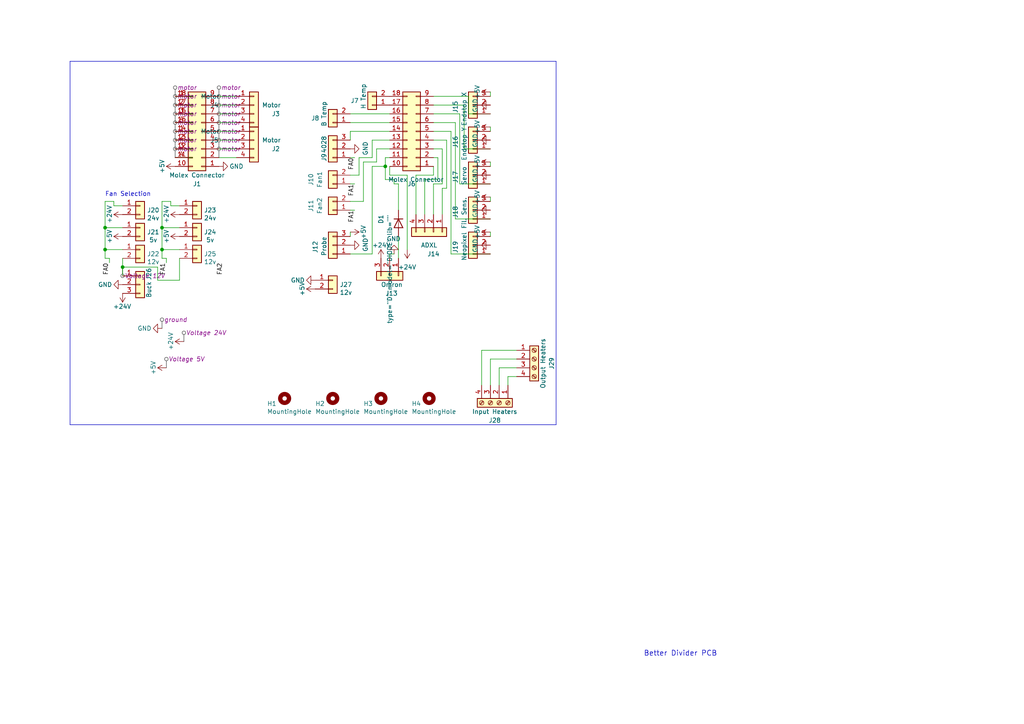
<source format=kicad_sch>
(kicad_sch (version 20230121) (generator eeschema)

  (uuid 7ac6798e-c800-42f8-bc3a-7582e4ca201e)

  (paper "A4")

  (lib_symbols
    (symbol "Connector:Screw_Terminal_01x04" (pin_names (offset 1.016) hide) (in_bom yes) (on_board yes)
      (property "Reference" "J" (at 0 5.08 0)
        (effects (font (size 1.27 1.27)))
      )
      (property "Value" "Screw_Terminal_01x04" (at 0 -7.62 0)
        (effects (font (size 1.27 1.27)))
      )
      (property "Footprint" "" (at 0 0 0)
        (effects (font (size 1.27 1.27)) hide)
      )
      (property "Datasheet" "~" (at 0 0 0)
        (effects (font (size 1.27 1.27)) hide)
      )
      (property "ki_keywords" "screw terminal" (at 0 0 0)
        (effects (font (size 1.27 1.27)) hide)
      )
      (property "ki_description" "Generic screw terminal, single row, 01x04, script generated (kicad-library-utils/schlib/autogen/connector/)" (at 0 0 0)
        (effects (font (size 1.27 1.27)) hide)
      )
      (property "ki_fp_filters" "TerminalBlock*:*" (at 0 0 0)
        (effects (font (size 1.27 1.27)) hide)
      )
      (symbol "Screw_Terminal_01x04_1_1"
        (rectangle (start -1.27 3.81) (end 1.27 -6.35)
          (stroke (width 0.254) (type default))
          (fill (type background))
        )
        (circle (center 0 -5.08) (radius 0.635)
          (stroke (width 0.1524) (type default))
          (fill (type none))
        )
        (circle (center 0 -2.54) (radius 0.635)
          (stroke (width 0.1524) (type default))
          (fill (type none))
        )
        (polyline
          (pts
            (xy -0.5334 -4.7498)
            (xy 0.3302 -5.588)
          )
          (stroke (width 0.1524) (type default))
          (fill (type none))
        )
        (polyline
          (pts
            (xy -0.5334 -2.2098)
            (xy 0.3302 -3.048)
          )
          (stroke (width 0.1524) (type default))
          (fill (type none))
        )
        (polyline
          (pts
            (xy -0.5334 0.3302)
            (xy 0.3302 -0.508)
          )
          (stroke (width 0.1524) (type default))
          (fill (type none))
        )
        (polyline
          (pts
            (xy -0.5334 2.8702)
            (xy 0.3302 2.032)
          )
          (stroke (width 0.1524) (type default))
          (fill (type none))
        )
        (polyline
          (pts
            (xy -0.3556 -4.572)
            (xy 0.508 -5.4102)
          )
          (stroke (width 0.1524) (type default))
          (fill (type none))
        )
        (polyline
          (pts
            (xy -0.3556 -2.032)
            (xy 0.508 -2.8702)
          )
          (stroke (width 0.1524) (type default))
          (fill (type none))
        )
        (polyline
          (pts
            (xy -0.3556 0.508)
            (xy 0.508 -0.3302)
          )
          (stroke (width 0.1524) (type default))
          (fill (type none))
        )
        (polyline
          (pts
            (xy -0.3556 3.048)
            (xy 0.508 2.2098)
          )
          (stroke (width 0.1524) (type default))
          (fill (type none))
        )
        (circle (center 0 0) (radius 0.635)
          (stroke (width 0.1524) (type default))
          (fill (type none))
        )
        (circle (center 0 2.54) (radius 0.635)
          (stroke (width 0.1524) (type default))
          (fill (type none))
        )
        (pin passive line (at -5.08 2.54 0) (length 3.81)
          (name "Pin_1" (effects (font (size 1.27 1.27))))
          (number "1" (effects (font (size 1.27 1.27))))
        )
        (pin passive line (at -5.08 0 0) (length 3.81)
          (name "Pin_2" (effects (font (size 1.27 1.27))))
          (number "2" (effects (font (size 1.27 1.27))))
        )
        (pin passive line (at -5.08 -2.54 0) (length 3.81)
          (name "Pin_3" (effects (font (size 1.27 1.27))))
          (number "3" (effects (font (size 1.27 1.27))))
        )
        (pin passive line (at -5.08 -5.08 0) (length 3.81)
          (name "Pin_4" (effects (font (size 1.27 1.27))))
          (number "4" (effects (font (size 1.27 1.27))))
        )
      )
    )
    (symbol "Connector_Generic:Conn_01x02" (pin_names (offset 1.016) hide) (in_bom yes) (on_board yes)
      (property "Reference" "J" (at 0 2.54 0)
        (effects (font (size 1.27 1.27)))
      )
      (property "Value" "Conn_01x02" (at 0 -5.08 0)
        (effects (font (size 1.27 1.27)))
      )
      (property "Footprint" "" (at 0 0 0)
        (effects (font (size 1.27 1.27)) hide)
      )
      (property "Datasheet" "~" (at 0 0 0)
        (effects (font (size 1.27 1.27)) hide)
      )
      (property "ki_keywords" "connector" (at 0 0 0)
        (effects (font (size 1.27 1.27)) hide)
      )
      (property "ki_description" "Generic connector, single row, 01x02, script generated (kicad-library-utils/schlib/autogen/connector/)" (at 0 0 0)
        (effects (font (size 1.27 1.27)) hide)
      )
      (property "ki_fp_filters" "Connector*:*_1x??_*" (at 0 0 0)
        (effects (font (size 1.27 1.27)) hide)
      )
      (symbol "Conn_01x02_1_1"
        (rectangle (start -1.27 -2.413) (end 0 -2.667)
          (stroke (width 0.1524) (type default))
          (fill (type none))
        )
        (rectangle (start -1.27 0.127) (end 0 -0.127)
          (stroke (width 0.1524) (type default))
          (fill (type none))
        )
        (rectangle (start -1.27 1.27) (end 1.27 -3.81)
          (stroke (width 0.254) (type default))
          (fill (type background))
        )
        (pin passive line (at -5.08 0 0) (length 3.81)
          (name "Pin_1" (effects (font (size 1.27 1.27))))
          (number "1" (effects (font (size 1.27 1.27))))
        )
        (pin passive line (at -5.08 -2.54 0) (length 3.81)
          (name "Pin_2" (effects (font (size 1.27 1.27))))
          (number "2" (effects (font (size 1.27 1.27))))
        )
      )
    )
    (symbol "Connector_Generic:Conn_01x03" (pin_names (offset 1.016) hide) (in_bom yes) (on_board yes)
      (property "Reference" "J" (at 0 5.08 0)
        (effects (font (size 1.27 1.27)))
      )
      (property "Value" "Conn_01x03" (at 0 -5.08 0)
        (effects (font (size 1.27 1.27)))
      )
      (property "Footprint" "" (at 0 0 0)
        (effects (font (size 1.27 1.27)) hide)
      )
      (property "Datasheet" "~" (at 0 0 0)
        (effects (font (size 1.27 1.27)) hide)
      )
      (property "ki_keywords" "connector" (at 0 0 0)
        (effects (font (size 1.27 1.27)) hide)
      )
      (property "ki_description" "Generic connector, single row, 01x03, script generated (kicad-library-utils/schlib/autogen/connector/)" (at 0 0 0)
        (effects (font (size 1.27 1.27)) hide)
      )
      (property "ki_fp_filters" "Connector*:*_1x??_*" (at 0 0 0)
        (effects (font (size 1.27 1.27)) hide)
      )
      (symbol "Conn_01x03_1_1"
        (rectangle (start -1.27 -2.413) (end 0 -2.667)
          (stroke (width 0.1524) (type default))
          (fill (type none))
        )
        (rectangle (start -1.27 0.127) (end 0 -0.127)
          (stroke (width 0.1524) (type default))
          (fill (type none))
        )
        (rectangle (start -1.27 2.667) (end 0 2.413)
          (stroke (width 0.1524) (type default))
          (fill (type none))
        )
        (rectangle (start -1.27 3.81) (end 1.27 -3.81)
          (stroke (width 0.254) (type default))
          (fill (type background))
        )
        (pin passive line (at -5.08 2.54 0) (length 3.81)
          (name "Pin_1" (effects (font (size 1.27 1.27))))
          (number "1" (effects (font (size 1.27 1.27))))
        )
        (pin passive line (at -5.08 0 0) (length 3.81)
          (name "Pin_2" (effects (font (size 1.27 1.27))))
          (number "2" (effects (font (size 1.27 1.27))))
        )
        (pin passive line (at -5.08 -2.54 0) (length 3.81)
          (name "Pin_3" (effects (font (size 1.27 1.27))))
          (number "3" (effects (font (size 1.27 1.27))))
        )
      )
    )
    (symbol "Connector_Generic:Conn_01x04" (pin_names (offset 1.016) hide) (in_bom yes) (on_board yes)
      (property "Reference" "J" (at 0 5.08 0)
        (effects (font (size 1.27 1.27)))
      )
      (property "Value" "Conn_01x04" (at 0 -7.62 0)
        (effects (font (size 1.27 1.27)))
      )
      (property "Footprint" "" (at 0 0 0)
        (effects (font (size 1.27 1.27)) hide)
      )
      (property "Datasheet" "~" (at 0 0 0)
        (effects (font (size 1.27 1.27)) hide)
      )
      (property "ki_keywords" "connector" (at 0 0 0)
        (effects (font (size 1.27 1.27)) hide)
      )
      (property "ki_description" "Generic connector, single row, 01x04, script generated (kicad-library-utils/schlib/autogen/connector/)" (at 0 0 0)
        (effects (font (size 1.27 1.27)) hide)
      )
      (property "ki_fp_filters" "Connector*:*_1x??_*" (at 0 0 0)
        (effects (font (size 1.27 1.27)) hide)
      )
      (symbol "Conn_01x04_1_1"
        (rectangle (start -1.27 -4.953) (end 0 -5.207)
          (stroke (width 0.1524) (type default))
          (fill (type none))
        )
        (rectangle (start -1.27 -2.413) (end 0 -2.667)
          (stroke (width 0.1524) (type default))
          (fill (type none))
        )
        (rectangle (start -1.27 0.127) (end 0 -0.127)
          (stroke (width 0.1524) (type default))
          (fill (type none))
        )
        (rectangle (start -1.27 2.667) (end 0 2.413)
          (stroke (width 0.1524) (type default))
          (fill (type none))
        )
        (rectangle (start -1.27 3.81) (end 1.27 -6.35)
          (stroke (width 0.254) (type default))
          (fill (type background))
        )
        (pin passive line (at -5.08 2.54 0) (length 3.81)
          (name "Pin_1" (effects (font (size 1.27 1.27))))
          (number "1" (effects (font (size 1.27 1.27))))
        )
        (pin passive line (at -5.08 0 0) (length 3.81)
          (name "Pin_2" (effects (font (size 1.27 1.27))))
          (number "2" (effects (font (size 1.27 1.27))))
        )
        (pin passive line (at -5.08 -2.54 0) (length 3.81)
          (name "Pin_3" (effects (font (size 1.27 1.27))))
          (number "3" (effects (font (size 1.27 1.27))))
        )
        (pin passive line (at -5.08 -5.08 0) (length 3.81)
          (name "Pin_4" (effects (font (size 1.27 1.27))))
          (number "4" (effects (font (size 1.27 1.27))))
        )
      )
    )
    (symbol "Connector_Generic:Conn_02x09_Top_Bottom" (pin_names (offset 1.016) hide) (in_bom yes) (on_board yes)
      (property "Reference" "J" (at 1.27 12.7 0)
        (effects (font (size 1.27 1.27)))
      )
      (property "Value" "Conn_02x09_Top_Bottom" (at 1.27 -12.7 0)
        (effects (font (size 1.27 1.27)))
      )
      (property "Footprint" "" (at 0 0 0)
        (effects (font (size 1.27 1.27)) hide)
      )
      (property "Datasheet" "~" (at 0 0 0)
        (effects (font (size 1.27 1.27)) hide)
      )
      (property "ki_keywords" "connector" (at 0 0 0)
        (effects (font (size 1.27 1.27)) hide)
      )
      (property "ki_description" "Generic connector, double row, 02x09, top/bottom pin numbering scheme (row 1: 1...pins_per_row, row2: pins_per_row+1 ... num_pins), script generated (kicad-library-utils/schlib/autogen/connector/)" (at 0 0 0)
        (effects (font (size 1.27 1.27)) hide)
      )
      (property "ki_fp_filters" "Connector*:*_2x??_*" (at 0 0 0)
        (effects (font (size 1.27 1.27)) hide)
      )
      (symbol "Conn_02x09_Top_Bottom_1_1"
        (rectangle (start -1.27 -10.033) (end 0 -10.287)
          (stroke (width 0.1524) (type default))
          (fill (type none))
        )
        (rectangle (start -1.27 -7.493) (end 0 -7.747)
          (stroke (width 0.1524) (type default))
          (fill (type none))
        )
        (rectangle (start -1.27 -4.953) (end 0 -5.207)
          (stroke (width 0.1524) (type default))
          (fill (type none))
        )
        (rectangle (start -1.27 -2.413) (end 0 -2.667)
          (stroke (width 0.1524) (type default))
          (fill (type none))
        )
        (rectangle (start -1.27 0.127) (end 0 -0.127)
          (stroke (width 0.1524) (type default))
          (fill (type none))
        )
        (rectangle (start -1.27 2.667) (end 0 2.413)
          (stroke (width 0.1524) (type default))
          (fill (type none))
        )
        (rectangle (start -1.27 5.207) (end 0 4.953)
          (stroke (width 0.1524) (type default))
          (fill (type none))
        )
        (rectangle (start -1.27 7.747) (end 0 7.493)
          (stroke (width 0.1524) (type default))
          (fill (type none))
        )
        (rectangle (start -1.27 10.287) (end 0 10.033)
          (stroke (width 0.1524) (type default))
          (fill (type none))
        )
        (rectangle (start -1.27 11.43) (end 3.81 -11.43)
          (stroke (width 0.254) (type default))
          (fill (type background))
        )
        (rectangle (start 3.81 -10.033) (end 2.54 -10.287)
          (stroke (width 0.1524) (type default))
          (fill (type none))
        )
        (rectangle (start 3.81 -7.493) (end 2.54 -7.747)
          (stroke (width 0.1524) (type default))
          (fill (type none))
        )
        (rectangle (start 3.81 -4.953) (end 2.54 -5.207)
          (stroke (width 0.1524) (type default))
          (fill (type none))
        )
        (rectangle (start 3.81 -2.413) (end 2.54 -2.667)
          (stroke (width 0.1524) (type default))
          (fill (type none))
        )
        (rectangle (start 3.81 0.127) (end 2.54 -0.127)
          (stroke (width 0.1524) (type default))
          (fill (type none))
        )
        (rectangle (start 3.81 2.667) (end 2.54 2.413)
          (stroke (width 0.1524) (type default))
          (fill (type none))
        )
        (rectangle (start 3.81 5.207) (end 2.54 4.953)
          (stroke (width 0.1524) (type default))
          (fill (type none))
        )
        (rectangle (start 3.81 7.747) (end 2.54 7.493)
          (stroke (width 0.1524) (type default))
          (fill (type none))
        )
        (rectangle (start 3.81 10.287) (end 2.54 10.033)
          (stroke (width 0.1524) (type default))
          (fill (type none))
        )
        (pin passive line (at -5.08 10.16 0) (length 3.81)
          (name "Pin_1" (effects (font (size 1.27 1.27))))
          (number "1" (effects (font (size 1.27 1.27))))
        )
        (pin passive line (at 7.62 10.16 180) (length 3.81)
          (name "Pin_10" (effects (font (size 1.27 1.27))))
          (number "10" (effects (font (size 1.27 1.27))))
        )
        (pin passive line (at 7.62 7.62 180) (length 3.81)
          (name "Pin_11" (effects (font (size 1.27 1.27))))
          (number "11" (effects (font (size 1.27 1.27))))
        )
        (pin passive line (at 7.62 5.08 180) (length 3.81)
          (name "Pin_12" (effects (font (size 1.27 1.27))))
          (number "12" (effects (font (size 1.27 1.27))))
        )
        (pin passive line (at 7.62 2.54 180) (length 3.81)
          (name "Pin_13" (effects (font (size 1.27 1.27))))
          (number "13" (effects (font (size 1.27 1.27))))
        )
        (pin passive line (at 7.62 0 180) (length 3.81)
          (name "Pin_14" (effects (font (size 1.27 1.27))))
          (number "14" (effects (font (size 1.27 1.27))))
        )
        (pin passive line (at 7.62 -2.54 180) (length 3.81)
          (name "Pin_15" (effects (font (size 1.27 1.27))))
          (number "15" (effects (font (size 1.27 1.27))))
        )
        (pin passive line (at 7.62 -5.08 180) (length 3.81)
          (name "Pin_16" (effects (font (size 1.27 1.27))))
          (number "16" (effects (font (size 1.27 1.27))))
        )
        (pin passive line (at 7.62 -7.62 180) (length 3.81)
          (name "Pin_17" (effects (font (size 1.27 1.27))))
          (number "17" (effects (font (size 1.27 1.27))))
        )
        (pin passive line (at 7.62 -10.16 180) (length 3.81)
          (name "Pin_18" (effects (font (size 1.27 1.27))))
          (number "18" (effects (font (size 1.27 1.27))))
        )
        (pin passive line (at -5.08 7.62 0) (length 3.81)
          (name "Pin_2" (effects (font (size 1.27 1.27))))
          (number "2" (effects (font (size 1.27 1.27))))
        )
        (pin passive line (at -5.08 5.08 0) (length 3.81)
          (name "Pin_3" (effects (font (size 1.27 1.27))))
          (number "3" (effects (font (size 1.27 1.27))))
        )
        (pin passive line (at -5.08 2.54 0) (length 3.81)
          (name "Pin_4" (effects (font (size 1.27 1.27))))
          (number "4" (effects (font (size 1.27 1.27))))
        )
        (pin passive line (at -5.08 0 0) (length 3.81)
          (name "Pin_5" (effects (font (size 1.27 1.27))))
          (number "5" (effects (font (size 1.27 1.27))))
        )
        (pin passive line (at -5.08 -2.54 0) (length 3.81)
          (name "Pin_6" (effects (font (size 1.27 1.27))))
          (number "6" (effects (font (size 1.27 1.27))))
        )
        (pin passive line (at -5.08 -5.08 0) (length 3.81)
          (name "Pin_7" (effects (font (size 1.27 1.27))))
          (number "7" (effects (font (size 1.27 1.27))))
        )
        (pin passive line (at -5.08 -7.62 0) (length 3.81)
          (name "Pin_8" (effects (font (size 1.27 1.27))))
          (number "8" (effects (font (size 1.27 1.27))))
        )
        (pin passive line (at -5.08 -10.16 0) (length 3.81)
          (name "Pin_9" (effects (font (size 1.27 1.27))))
          (number "9" (effects (font (size 1.27 1.27))))
        )
      )
    )
    (symbol "Mechanical:MountingHole" (pin_names (offset 1.016)) (in_bom yes) (on_board yes)
      (property "Reference" "H" (at 0 5.08 0)
        (effects (font (size 1.27 1.27)))
      )
      (property "Value" "MountingHole" (at 0 3.175 0)
        (effects (font (size 1.27 1.27)))
      )
      (property "Footprint" "" (at 0 0 0)
        (effects (font (size 1.27 1.27)) hide)
      )
      (property "Datasheet" "~" (at 0 0 0)
        (effects (font (size 1.27 1.27)) hide)
      )
      (property "ki_keywords" "mounting hole" (at 0 0 0)
        (effects (font (size 1.27 1.27)) hide)
      )
      (property "ki_description" "Mounting Hole without connection" (at 0 0 0)
        (effects (font (size 1.27 1.27)) hide)
      )
      (property "ki_fp_filters" "MountingHole*" (at 0 0 0)
        (effects (font (size 1.27 1.27)) hide)
      )
      (symbol "MountingHole_0_1"
        (circle (center 0 0) (radius 1.27)
          (stroke (width 1.27) (type default))
          (fill (type none))
        )
      )
    )
    (symbol "Simulation_SPICE:DIODE" (pin_numbers hide) (pin_names (offset 1.016) hide) (in_bom yes) (on_board yes)
      (property "Reference" "D" (at 0 2.54 0)
        (effects (font (size 1.27 1.27)))
      )
      (property "Value" "DIODE" (at 0 -2.54 0)
        (effects (font (size 1.27 1.27)))
      )
      (property "Footprint" "" (at 0 0 0)
        (effects (font (size 1.27 1.27)) hide)
      )
      (property "Datasheet" "~" (at 0 0 0)
        (effects (font (size 1.27 1.27)) hide)
      )
      (property "Spice_Netlist_Enabled" "Y" (at 0 0 0)
        (effects (font (size 1.27 1.27)) (justify left) hide)
      )
      (property "Spice_Primitive" "D" (at 0 0 0)
        (effects (font (size 1.27 1.27)) (justify left) hide)
      )
      (property "ki_keywords" "simulation" (at 0 0 0)
        (effects (font (size 1.27 1.27)) hide)
      )
      (property "ki_description" "Diode, anode on pin 1, for simulation only!" (at 0 0 0)
        (effects (font (size 1.27 1.27)) hide)
      )
      (symbol "DIODE_0_1"
        (polyline
          (pts
            (xy 1.27 0)
            (xy -1.27 0)
          )
          (stroke (width 0) (type default))
          (fill (type none))
        )
        (polyline
          (pts
            (xy 1.27 1.27)
            (xy 1.27 -1.27)
          )
          (stroke (width 0.254) (type default))
          (fill (type none))
        )
        (polyline
          (pts
            (xy -1.27 -1.27)
            (xy -1.27 1.27)
            (xy 1.27 0)
            (xy -1.27 -1.27)
          )
          (stroke (width 0.254) (type default))
          (fill (type none))
        )
      )
      (symbol "DIODE_1_1"
        (pin passive line (at -3.81 0 0) (length 2.54)
          (name "A" (effects (font (size 1.27 1.27))))
          (number "1" (effects (font (size 1.27 1.27))))
        )
        (pin passive line (at 3.81 0 180) (length 2.54)
          (name "K" (effects (font (size 1.27 1.27))))
          (number "2" (effects (font (size 1.27 1.27))))
        )
      )
    )
    (symbol "Toolhead_PCB-rescue:GND-Toolhead_PCB" (power) (pin_names (offset 0)) (in_bom yes) (on_board yes)
      (property "Reference" "#PWR" (at 0 -6.35 0)
        (effects (font (size 1.27 1.27)) hide)
      )
      (property "Value" "GND-Toolhead_PCB" (at 0 -3.81 0)
        (effects (font (size 1.27 1.27)))
      )
      (property "Footprint" "" (at 0 0 0)
        (effects (font (size 1.27 1.27)) hide)
      )
      (property "Datasheet" "" (at 0 0 0)
        (effects (font (size 1.27 1.27)) hide)
      )
      (symbol "GND-Toolhead_PCB_0_1"
        (polyline
          (pts
            (xy 0 0)
            (xy 0 -1.27)
            (xy 1.27 -1.27)
            (xy 0 -2.54)
            (xy -1.27 -1.27)
            (xy 0 -1.27)
          )
          (stroke (width 0) (type default))
          (fill (type none))
        )
      )
      (symbol "GND-Toolhead_PCB_1_1"
        (pin power_in line (at 0 0 270) (length 0) hide
          (name "GND" (effects (font (size 1.27 1.27))))
          (number "1" (effects (font (size 1.27 1.27))))
        )
      )
    )
    (symbol "power:+24V" (power) (pin_names (offset 0)) (in_bom yes) (on_board yes)
      (property "Reference" "#PWR" (at 0 -3.81 0)
        (effects (font (size 1.27 1.27)) hide)
      )
      (property "Value" "+24V" (at 0 3.556 0)
        (effects (font (size 1.27 1.27)))
      )
      (property "Footprint" "" (at 0 0 0)
        (effects (font (size 1.27 1.27)) hide)
      )
      (property "Datasheet" "" (at 0 0 0)
        (effects (font (size 1.27 1.27)) hide)
      )
      (property "ki_keywords" "power-flag" (at 0 0 0)
        (effects (font (size 1.27 1.27)) hide)
      )
      (property "ki_description" "Power symbol creates a global label with name \"+24V\"" (at 0 0 0)
        (effects (font (size 1.27 1.27)) hide)
      )
      (symbol "+24V_0_1"
        (polyline
          (pts
            (xy -0.762 1.27)
            (xy 0 2.54)
          )
          (stroke (width 0) (type default))
          (fill (type none))
        )
        (polyline
          (pts
            (xy 0 0)
            (xy 0 2.54)
          )
          (stroke (width 0) (type default))
          (fill (type none))
        )
        (polyline
          (pts
            (xy 0 2.54)
            (xy 0.762 1.27)
          )
          (stroke (width 0) (type default))
          (fill (type none))
        )
      )
      (symbol "+24V_1_1"
        (pin power_in line (at 0 0 90) (length 0) hide
          (name "+24V" (effects (font (size 1.27 1.27))))
          (number "1" (effects (font (size 1.27 1.27))))
        )
      )
    )
    (symbol "power:+5V" (power) (pin_names (offset 0)) (in_bom yes) (on_board yes)
      (property "Reference" "#PWR" (at 0 -3.81 0)
        (effects (font (size 1.27 1.27)) hide)
      )
      (property "Value" "+5V" (at 0 3.556 0)
        (effects (font (size 1.27 1.27)))
      )
      (property "Footprint" "" (at 0 0 0)
        (effects (font (size 1.27 1.27)) hide)
      )
      (property "Datasheet" "" (at 0 0 0)
        (effects (font (size 1.27 1.27)) hide)
      )
      (property "ki_keywords" "power-flag" (at 0 0 0)
        (effects (font (size 1.27 1.27)) hide)
      )
      (property "ki_description" "Power symbol creates a global label with name \"+5V\"" (at 0 0 0)
        (effects (font (size 1.27 1.27)) hide)
      )
      (symbol "+5V_0_1"
        (polyline
          (pts
            (xy -0.762 1.27)
            (xy 0 2.54)
          )
          (stroke (width 0) (type default))
          (fill (type none))
        )
        (polyline
          (pts
            (xy 0 0)
            (xy 0 2.54)
          )
          (stroke (width 0) (type default))
          (fill (type none))
        )
        (polyline
          (pts
            (xy 0 2.54)
            (xy 0.762 1.27)
          )
          (stroke (width 0) (type default))
          (fill (type none))
        )
      )
      (symbol "+5V_1_1"
        (pin power_in line (at 0 0 90) (length 0) hide
          (name "+5V" (effects (font (size 1.27 1.27))))
          (number "1" (effects (font (size 1.27 1.27))))
        )
      )
    )
  )

  (junction (at 30.48 66.04) (diameter 0) (color 0 0 0 0)
    (uuid 05666d87-9555-4871-ad1a-168fb858e107)
  )
  (junction (at 111.76 48.26) (diameter 0) (color 0 0 0 0)
    (uuid 1f620cd2-591e-4d56-90ca-185b8e3680ef)
  )
  (junction (at 46.99 66.04) (diameter 0) (color 0 0 0 0)
    (uuid 26211cbc-2cdc-4577-8348-008a788fef6b)
  )
  (junction (at 30.48 72.39) (diameter 0) (color 0 0 0 0)
    (uuid 316fb44b-e39f-46c0-86c9-a90e1db28df9)
  )
  (junction (at 35.56 77.47) (diameter 0) (color 0 0 0 0)
    (uuid 8bb9304f-d416-4a80-8a94-3bae5aabe3e8)
  )
  (junction (at 46.99 72.39) (diameter 0) (color 0 0 0 0)
    (uuid ebd414e4-7358-47bb-839b-118cfd2649e2)
  )

  (wire (pts (xy 130.81 38.1) (xy 130.81 73.66))
    (stroke (width 0) (type default))
    (uuid 00224d84-35cd-45df-819c-85dd69ef746b)
  )
  (wire (pts (xy 149.86 104.14) (xy 142.24 104.14))
    (stroke (width 0) (type default))
    (uuid 0027db3b-d163-4362-86ca-97338f060311)
  )
  (wire (pts (xy 149.86 101.6) (xy 139.7 101.6))
    (stroke (width 0) (type default))
    (uuid 07352995-1b97-4e68-9458-fcaa83966844)
  )
  (wire (pts (xy 130.81 73.66) (xy 142.24 73.66))
    (stroke (width 0) (type default))
    (uuid 07bcf7cf-5a56-4239-abfc-494899377be5)
  )
  (wire (pts (xy 125.73 33.02) (xy 133.35 33.02))
    (stroke (width 0) (type default))
    (uuid 0b814ba4-8bac-4771-8b6b-003aec407a52)
  )
  (wire (pts (xy 125.73 27.94) (xy 135.89 27.94))
    (stroke (width 0) (type default))
    (uuid 0b81cb1b-68ab-47b9-a2a2-796ab833b77e)
  )
  (wire (pts (xy 142.24 67.31) (xy 142.24 68.58))
    (stroke (width 0) (type default))
    (uuid 0cefe6fc-f150-402f-8f1e-11a865b321cd)
  )
  (wire (pts (xy 101.6 73.66) (xy 107.95 73.66))
    (stroke (width 0) (type default))
    (uuid 0f1d622f-2e8f-438b-ad30-54826674415e)
  )
  (wire (pts (xy 46.99 66.04) (xy 52.07 66.04))
    (stroke (width 0) (type default))
    (uuid 0fd8fd59-6f99-4b5b-bce1-1b727acecfd3)
  )
  (wire (pts (xy 113.03 50.8) (xy 118.11 50.8))
    (stroke (width 0) (type default))
    (uuid 11826901-3ea0-4926-83a0-2b8bfd5bc038)
  )
  (wire (pts (xy 128.27 54.61) (xy 128.27 62.23))
    (stroke (width 0) (type default))
    (uuid 131014b6-c032-4197-9d04-4e45741098dc)
  )
  (wire (pts (xy 50.8 38.1) (xy 55.88 38.1))
    (stroke (width 0) (type default))
    (uuid 153916ea-2f7e-47da-b845-3c04a790b25c)
  )
  (wire (pts (xy 46.99 74.93) (xy 46.99 72.39))
    (stroke (width 0) (type default))
    (uuid 1908cdc5-7412-4959-8121-2266f1b47e8d)
  )
  (wire (pts (xy 107.95 40.64) (xy 113.03 40.64))
    (stroke (width 0) (type default))
    (uuid 1f9ea9e6-ddb3-4b01-bafb-100160ef6590)
  )
  (wire (pts (xy 68.58 35.56) (xy 63.5 35.56))
    (stroke (width 0) (type default))
    (uuid 23053900-0450-40de-9b69-23517f04f7bd)
  )
  (wire (pts (xy 68.58 43.18) (xy 63.5 43.18))
    (stroke (width 0) (type default))
    (uuid 25386838-f4e0-4649-b1b5-d3a9eae4664a)
  )
  (wire (pts (xy 132.08 63.5) (xy 142.24 63.5))
    (stroke (width 0) (type default))
    (uuid 26cecbae-1ab6-4533-9385-256ee8844291)
  )
  (wire (pts (xy 68.58 33.02) (xy 63.5 33.02))
    (stroke (width 0) (type default))
    (uuid 2b6a72e8-3838-4e41-8091-5d1ba603b654)
  )
  (wire (pts (xy 111.76 45.72) (xy 111.76 48.26))
    (stroke (width 0) (type default))
    (uuid 2c51471d-3dc9-4c52-a5c4-19b0cabe828c)
  )
  (wire (pts (xy 134.62 43.18) (xy 142.24 43.18))
    (stroke (width 0) (type default))
    (uuid 2cfd62a6-facd-42cd-a41b-516f8141052b)
  )
  (wire (pts (xy 35.56 72.39) (xy 30.48 72.39))
    (stroke (width 0) (type default))
    (uuid 2da98fdf-3d6d-439c-ae5f-00954863c80d)
  )
  (wire (pts (xy 30.48 74.93) (xy 31.75 74.93))
    (stroke (width 0) (type default))
    (uuid 2eea6a2b-d94e-4e96-b2f9-346f908867c4)
  )
  (wire (pts (xy 68.58 40.64) (xy 63.5 40.64))
    (stroke (width 0) (type default))
    (uuid 3057048e-73f4-4773-bef9-2e5208ead125)
  )
  (wire (pts (xy 125.73 30.48) (xy 134.62 30.48))
    (stroke (width 0) (type default))
    (uuid 30a5a3e3-ed70-47b4-93eb-2efdf10b01c2)
  )
  (wire (pts (xy 133.35 53.34) (xy 142.24 53.34))
    (stroke (width 0) (type default))
    (uuid 374f7b60-bdd1-409f-b08b-82d71b03a05a)
  )
  (wire (pts (xy 132.08 63.5) (xy 132.08 35.56))
    (stroke (width 0) (type default))
    (uuid 435cdb8b-fe8d-495f-b740-20cf5d021a42)
  )
  (wire (pts (xy 101.6 58.42) (xy 105.41 58.42))
    (stroke (width 0) (type default))
    (uuid 46a63dff-8a1b-479f-99d3-2679ab40a80d)
  )
  (wire (pts (xy 50.8 43.18) (xy 55.88 43.18))
    (stroke (width 0) (type default))
    (uuid 472f7395-9a1e-4ef7-bf22-ba1a40228fd7)
  )
  (wire (pts (xy 101.6 67.31) (xy 101.6 68.58))
    (stroke (width 0) (type default))
    (uuid 47d0d0ca-5d28-4575-8bc6-930388e2e441)
  )
  (wire (pts (xy 142.24 36.83) (xy 142.24 38.1))
    (stroke (width 0) (type default))
    (uuid 4b9d7a72-3f94-4028-9ebc-6daaf91f520b)
  )
  (wire (pts (xy 129.54 40.64) (xy 129.54 54.61))
    (stroke (width 0) (type default))
    (uuid 4ba8594b-5fe8-4301-8538-ef0fab0ac08d)
  )
  (wire (pts (xy 45.72 81.28) (xy 52.07 81.28))
    (stroke (width 0) (type default))
    (uuid 4f7e4552-725c-4dac-b1fb-8830629309f4)
  )
  (wire (pts (xy 46.99 74.93) (xy 48.26 74.93))
    (stroke (width 0) (type default))
    (uuid 51d1199c-8d13-4fb6-a69d-e87dbcb003ff)
  )
  (wire (pts (xy 45.72 77.47) (xy 45.72 81.28))
    (stroke (width 0) (type default))
    (uuid 51dbb209-7e2f-4e60-86b5-075e481f1dbf)
  )
  (wire (pts (xy 139.7 101.6) (xy 139.7 111.76))
    (stroke (width 0) (type default))
    (uuid 524bb491-19db-4171-9553-ae47222a0abd)
  )
  (wire (pts (xy 104.14 50.8) (xy 101.6 50.8))
    (stroke (width 0) (type default))
    (uuid 55eb865b-c560-42af-a822-c43cc2e57a1e)
  )
  (polyline (pts (xy 161.29 17.78) (xy 161.29 123.19))
    (stroke (width 0) (type default))
    (uuid 57f01e4a-5f4a-4791-93b5-79b85d28c634)
  )

  (wire (pts (xy 31.75 74.93) (xy 31.75 76.2))
    (stroke (width 0) (type default))
    (uuid 582cb930-07c2-4f57-9672-4103867aaa19)
  )
  (wire (pts (xy 109.22 46.99) (xy 105.41 46.99))
    (stroke (width 0) (type default))
    (uuid 5af2ae79-edd8-4f33-9c71-df93c9f0be09)
  )
  (wire (pts (xy 111.76 48.26) (xy 111.76 52.07))
    (stroke (width 0) (type default))
    (uuid 62b21970-8eb8-43ea-baec-eb7e3b2ab4bd)
  )
  (wire (pts (xy 118.11 50.8) (xy 118.11 72.39))
    (stroke (width 0) (type default))
    (uuid 63b8cd9d-9643-4128-b955-bc8145d633e6)
  )
  (wire (pts (xy 104.14 45.72) (xy 104.14 50.8))
    (stroke (width 0) (type default))
    (uuid 660b6836-c3d6-4954-9372-1b0eb6307310)
  )
  (wire (pts (xy 101.6 53.34) (xy 102.87 53.34))
    (stroke (width 0) (type default))
    (uuid 661c7bec-fd4a-4d3f-ad6e-7acc6e35f795)
  )
  (wire (pts (xy 114.3 52.07) (xy 114.3 53.34))
    (stroke (width 0) (type default))
    (uuid 662d256d-017b-4cdb-a412-981d34cd2916)
  )
  (wire (pts (xy 50.8 27.94) (xy 55.88 27.94))
    (stroke (width 0) (type default))
    (uuid 668f94dd-8185-442a-85f9-5b23c056ce37)
  )
  (wire (pts (xy 46.99 58.42) (xy 46.99 66.04))
    (stroke (width 0) (type default))
    (uuid 67a44f79-5898-4ddb-8070-7d4db9d2f866)
  )
  (wire (pts (xy 50.8 35.56) (xy 55.88 35.56))
    (stroke (width 0) (type default))
    (uuid 682e9214-3833-4903-84bd-15b48a7f2894)
  )
  (wire (pts (xy 115.57 68.58) (xy 115.57 74.93))
    (stroke (width 0) (type default))
    (uuid 6b11c54a-c86d-474c-af66-c0abb964b7df)
  )
  (wire (pts (xy 111.76 52.07) (xy 114.3 52.07))
    (stroke (width 0) (type default))
    (uuid 6b27a7f8-a27d-4c93-a398-678313e93fe2)
  )
  (wire (pts (xy 105.41 46.99) (xy 105.41 58.42))
    (stroke (width 0) (type default))
    (uuid 6fad9864-9725-4400-a6af-b069f3b11138)
  )
  (wire (pts (xy 52.07 59.69) (xy 49.53 59.69))
    (stroke (width 0) (type default))
    (uuid 71222d18-3e2f-414a-b4da-e9c48fb6063d)
  )
  (wire (pts (xy 107.95 45.72) (xy 104.14 45.72))
    (stroke (width 0) (type default))
    (uuid 717e344c-6c03-479d-8b73-9c6bf82ad9cd)
  )
  (wire (pts (xy 113.03 73.66) (xy 114.3 73.66))
    (stroke (width 0) (type default))
    (uuid 71c8621f-a31e-4d0e-9830-4951e31ec85b)
  )
  (wire (pts (xy 101.6 45.72) (xy 102.87 45.72))
    (stroke (width 0) (type default))
    (uuid 7521e74d-619b-4444-823a-31880e4226ad)
  )
  (wire (pts (xy 127 52.07) (xy 123.19 52.07))
    (stroke (width 0) (type default))
    (uuid 7546458b-dc0c-4c2f-b0c5-f5474c00b3f1)
  )
  (wire (pts (xy 114.3 53.34) (xy 115.57 53.34))
    (stroke (width 0) (type default))
    (uuid 76190e11-4095-49b6-8b60-a4661123e365)
  )
  (wire (pts (xy 49.53 59.69) (xy 49.53 58.42))
    (stroke (width 0) (type default))
    (uuid 7b502f85-dc59-46f5-86ba-c0d85781ab04)
  )
  (wire (pts (xy 135.89 33.02) (xy 142.24 33.02))
    (stroke (width 0) (type default))
    (uuid 7ce048a8-ef87-4041-b2a5-a92279875ce0)
  )
  (wire (pts (xy 107.95 48.26) (xy 111.76 48.26))
    (stroke (width 0) (type default))
    (uuid 7f0f8b3d-e4f1-4a87-bf91-2b67626239f9)
  )
  (wire (pts (xy 68.58 30.48) (xy 63.5 30.48))
    (stroke (width 0) (type default))
    (uuid 851d551a-4bfe-4427-bf13-43a67a861e18)
  )
  (wire (pts (xy 144.78 106.68) (xy 144.78 111.76))
    (stroke (width 0) (type default))
    (uuid 88b40e52-73f1-40ca-8115-b39b6cff2dda)
  )
  (wire (pts (xy 107.95 40.64) (xy 107.95 45.72))
    (stroke (width 0) (type default))
    (uuid 8a295917-8fd7-47f6-a7a7-38a440fc1601)
  )
  (wire (pts (xy 109.22 43.18) (xy 109.22 46.99))
    (stroke (width 0) (type default))
    (uuid 8b5b0b66-b437-4688-b8b9-65198203e974)
  )
  (wire (pts (xy 35.56 77.47) (xy 35.56 80.01))
    (stroke (width 0) (type default))
    (uuid 8bf2694f-7fac-43e8-97b1-f32bf7cf91ec)
  )
  (wire (pts (xy 49.53 58.42) (xy 46.99 58.42))
    (stroke (width 0) (type default))
    (uuid 8c5ebaf7-b7d5-49d3-bc7c-b64d9e9efb85)
  )
  (wire (pts (xy 125.73 35.56) (xy 132.08 35.56))
    (stroke (width 0) (type default))
    (uuid 8c73df1d-2bbc-44d9-93f5-699d042484b6)
  )
  (wire (pts (xy 125.73 53.34) (xy 125.73 62.23))
    (stroke (width 0) (type default))
    (uuid 8d051253-0584-40f3-b821-232e9ab87ea9)
  )
  (wire (pts (xy 101.6 33.02) (xy 113.03 33.02))
    (stroke (width 0) (type default))
    (uuid 8e8d569b-4c52-4abd-827d-311065daf1cf)
  )
  (wire (pts (xy 125.73 38.1) (xy 130.81 38.1))
    (stroke (width 0) (type default))
    (uuid 90d291dd-ed12-41bc-b8ec-44b2826286c6)
  )
  (wire (pts (xy 142.24 104.14) (xy 142.24 111.76))
    (stroke (width 0) (type default))
    (uuid 935de6d0-5758-43bc-846d-2db84293bfe4)
  )
  (wire (pts (xy 135.89 27.94) (xy 135.89 33.02))
    (stroke (width 0) (type default))
    (uuid 9620758b-d967-4baf-9d66-458bb9355cb4)
  )
  (wire (pts (xy 142.24 26.67) (xy 142.24 27.94))
    (stroke (width 0) (type default))
    (uuid 96a69c45-f0b7-4cf4-90b8-c444bc2ae0fc)
  )
  (wire (pts (xy 142.24 57.15) (xy 142.24 58.42))
    (stroke (width 0) (type default))
    (uuid 998d2ffd-e027-4b3f-8d9c-66ebb55e74d7)
  )
  (polyline (pts (xy 20.32 123.19) (xy 161.29 123.19))
    (stroke (width 0) (type default))
    (uuid 9b546f26-a275-4d93-a4eb-4754f7fb06d9)
  )

  (wire (pts (xy 125.73 45.72) (xy 127 45.72))
    (stroke (width 0) (type default))
    (uuid 9da9a696-6c63-4b47-810c-87e7b9fc398a)
  )
  (wire (pts (xy 101.6 38.1) (xy 113.03 38.1))
    (stroke (width 0) (type default))
    (uuid a054d274-36e9-4d87-b02c-67016ed64d30)
  )
  (wire (pts (xy 133.35 33.02) (xy 133.35 53.34))
    (stroke (width 0) (type default))
    (uuid a548259f-ac44-4592-9bf0-9f72a97fecca)
  )
  (wire (pts (xy 125.73 40.64) (xy 129.54 40.64))
    (stroke (width 0) (type default))
    (uuid a7c97dec-f048-4380-8b4b-0b0f45941aec)
  )
  (wire (pts (xy 101.6 60.96) (xy 102.87 60.96))
    (stroke (width 0) (type default))
    (uuid a926bf9a-e932-4a73-bd96-5ce38a604992)
  )
  (wire (pts (xy 123.19 52.07) (xy 123.19 62.23))
    (stroke (width 0) (type default))
    (uuid aa2b752a-10ce-4109-8079-64e61489de66)
  )
  (wire (pts (xy 30.48 72.39) (xy 30.48 66.04))
    (stroke (width 0) (type default))
    (uuid abbf54f1-dc99-4328-ab55-8a0ebcd13c90)
  )
  (wire (pts (xy 68.58 27.94) (xy 63.5 27.94))
    (stroke (width 0) (type default))
    (uuid ad1aba6a-b51e-42b2-9004-5b93cbb0c876)
  )
  (wire (pts (xy 120.65 50.8) (xy 120.65 62.23))
    (stroke (width 0) (type default))
    (uuid b1974d3a-b86d-45b9-949c-07e5d701b60f)
  )
  (wire (pts (xy 125.73 50.8) (xy 120.65 50.8))
    (stroke (width 0) (type default))
    (uuid b1a14f49-74cb-4579-9cd6-097089f5966a)
  )
  (wire (pts (xy 113.03 74.93) (xy 113.03 73.66))
    (stroke (width 0) (type default))
    (uuid b6402c53-bcae-441f-ba38-e69efc9ed32f)
  )
  (wire (pts (xy 115.57 53.34) (xy 115.57 60.96))
    (stroke (width 0) (type default))
    (uuid b7837f91-b66e-4db2-920c-5c1cb6d3715e)
  )
  (wire (pts (xy 50.8 45.72) (xy 55.88 45.72))
    (stroke (width 0) (type default))
    (uuid b8ce76e4-dd00-4bb5-a7dc-2a570798fb4b)
  )
  (wire (pts (xy 107.95 48.26) (xy 107.95 73.66))
    (stroke (width 0) (type default))
    (uuid b97ab0f8-100a-4259-801b-4ca4f7e20bce)
  )
  (wire (pts (xy 35.56 77.47) (xy 45.72 77.47))
    (stroke (width 0) (type default))
    (uuid beefc440-f7cb-4b3e-b94d-9b180e9d7c9d)
  )
  (wire (pts (xy 52.07 72.39) (xy 46.99 72.39))
    (stroke (width 0) (type default))
    (uuid befe2b9b-ad0f-4a14-b20b-377fc106ff6a)
  )
  (wire (pts (xy 125.73 43.18) (xy 128.27 43.18))
    (stroke (width 0) (type default))
    (uuid bf4584e6-1819-4f08-b0d7-c07825123944)
  )
  (wire (pts (xy 128.27 53.34) (xy 125.73 53.34))
    (stroke (width 0) (type default))
    (uuid c3dc3fb9-6b89-4c82-bc84-7f2581e68dd3)
  )
  (wire (pts (xy 142.24 46.99) (xy 142.24 48.26))
    (stroke (width 0) (type default))
    (uuid cdd56243-4551-4520-a509-e4ed33bfd49c)
  )
  (wire (pts (xy 35.56 59.69) (xy 33.02 59.69))
    (stroke (width 0) (type default))
    (uuid d286e279-6ddb-458d-8082-b80377c41354)
  )
  (wire (pts (xy 50.8 40.64) (xy 55.88 40.64))
    (stroke (width 0) (type default))
    (uuid d3a6f071-0d8b-4789-863c-3d16dbd7d12e)
  )
  (wire (pts (xy 30.48 66.04) (xy 35.56 66.04))
    (stroke (width 0) (type default))
    (uuid d59acbab-814f-437c-8b9b-ef57aee21854)
  )
  (polyline (pts (xy 20.32 17.78) (xy 21.59 17.78))
    (stroke (width 0) (type default))
    (uuid d5d72a59-1ada-4b93-867e-7667cfaa00c8)
  )

  (wire (pts (xy 149.86 106.68) (xy 144.78 106.68))
    (stroke (width 0) (type default))
    (uuid d61beac9-df3f-46d3-bb27-c8ee5d149596)
  )
  (wire (pts (xy 128.27 43.18) (xy 128.27 53.34))
    (stroke (width 0) (type default))
    (uuid d8958c95-c3e7-461a-b158-37c0cf180fc5)
  )
  (wire (pts (xy 33.02 59.69) (xy 33.02 58.42))
    (stroke (width 0) (type default))
    (uuid d9a5ea62-8684-47aa-aed7-a5ed080b839d)
  )
  (wire (pts (xy 147.32 109.22) (xy 147.32 111.76))
    (stroke (width 0) (type default))
    (uuid d9d33fe6-bee3-4a3e-9a80-102aaf504212)
  )
  (wire (pts (xy 149.86 109.22) (xy 147.32 109.22))
    (stroke (width 0) (type default))
    (uuid dc2c4dd3-ec78-49bc-af29-ddc4a8221a0c)
  )
  (wire (pts (xy 30.48 74.93) (xy 30.48 72.39))
    (stroke (width 0) (type default))
    (uuid dd106ba2-0530-4aff-9d5d-7fd4bdd93769)
  )
  (wire (pts (xy 35.56 74.93) (xy 35.56 77.47))
    (stroke (width 0) (type default))
    (uuid de7c0029-5c4a-4c18-a431-ec65a04e41e1)
  )
  (wire (pts (xy 101.6 40.64) (xy 101.6 38.1))
    (stroke (width 0) (type default))
    (uuid e1e9e542-7a8f-4a87-9246-bfebcca4811c)
  )
  (wire (pts (xy 46.99 72.39) (xy 46.99 66.04))
    (stroke (width 0) (type default))
    (uuid e6e9a4cb-d985-4b67-8411-8940a7ccaf51)
  )
  (wire (pts (xy 134.62 30.48) (xy 134.62 43.18))
    (stroke (width 0) (type default))
    (uuid e76c4d8f-9824-4662-9985-ddd67e0d302f)
  )
  (wire (pts (xy 68.58 45.72) (xy 63.5 45.72))
    (stroke (width 0) (type default))
    (uuid e7c939a4-7053-4d8a-8e7e-03d234d233b4)
  )
  (wire (pts (xy 113.03 48.26) (xy 113.03 50.8))
    (stroke (width 0) (type default))
    (uuid e816b6b9-fa67-4cdf-b371-327324a335a5)
  )
  (wire (pts (xy 48.26 74.93) (xy 48.26 76.2))
    (stroke (width 0) (type default))
    (uuid e9ef34a4-4e88-4e92-a24f-8066c2c8b5e9)
  )
  (wire (pts (xy 50.8 33.02) (xy 55.88 33.02))
    (stroke (width 0) (type default))
    (uuid ebe13d3a-83ca-4428-b1c4-ccb10b19ae38)
  )
  (wire (pts (xy 50.8 30.48) (xy 55.88 30.48))
    (stroke (width 0) (type default))
    (uuid ebe5a415-124a-4179-ab22-451f22f5749b)
  )
  (wire (pts (xy 33.02 58.42) (xy 30.48 58.42))
    (stroke (width 0) (type default))
    (uuid ed5fa398-2ff1-4f5b-8022-118b7b044cf2)
  )
  (wire (pts (xy 125.73 48.26) (xy 125.73 50.8))
    (stroke (width 0) (type default))
    (uuid eeb7880e-d2db-495e-85a5-367e55e76566)
  )
  (wire (pts (xy 127 45.72) (xy 127 52.07))
    (stroke (width 0) (type default))
    (uuid ef5b7d78-7f76-4314-adac-7dfbb90b3938)
  )
  (wire (pts (xy 68.58 38.1) (xy 63.5 38.1))
    (stroke (width 0) (type default))
    (uuid f435a468-1283-45b9-904d-105b9bd8f8b2)
  )
  (wire (pts (xy 101.6 35.56) (xy 113.03 35.56))
    (stroke (width 0) (type default))
    (uuid f547f1c7-f673-46e0-a429-ce6a7a5fb33b)
  )
  (wire (pts (xy 113.03 45.72) (xy 111.76 45.72))
    (stroke (width 0) (type default))
    (uuid f5cbd5d9-5107-43c3-84c1-9ca44b3145f0)
  )
  (wire (pts (xy 52.07 74.93) (xy 52.07 81.28))
    (stroke (width 0) (type default))
    (uuid f8de28bd-6361-4526-a3d2-d623b0649dcb)
  )
  (wire (pts (xy 109.22 43.18) (xy 113.03 43.18))
    (stroke (width 0) (type default))
    (uuid fb052eda-8ad5-4f77-b548-35a6259bf5ad)
  )
  (polyline (pts (xy 20.32 17.78) (xy 20.32 123.19))
    (stroke (width 0) (type default))
    (uuid fdfe3e39-a5c5-49c4-aaa0-680c65504238)
  )
  (polyline (pts (xy 21.59 17.78) (xy 161.29 17.78))
    (stroke (width 0) (type default))
    (uuid fe3cdcce-f6a1-4c1f-b523-cf6f4582a8d8)
  )

  (wire (pts (xy 129.54 54.61) (xy 128.27 54.61))
    (stroke (width 0) (type default))
    (uuid fe983739-f45a-4966-b6b3-f65962dbda47)
  )
  (wire (pts (xy 30.48 58.42) (xy 30.48 66.04))
    (stroke (width 0) (type default))
    (uuid ff0c74e4-4678-4501-9ce7-3c7735d4a59a)
  )

  (text "Fan Selection" (at 30.48 57.15 0)
    (effects (font (size 1.27 1.27)) (justify left bottom))
    (uuid 713f9f2b-08ad-44db-9b6f-0719e05ece10)
  )
  (text "Better Divider PCB" (at 186.69 190.5 0)
    (effects (font (size 1.5 1.5)) (justify left bottom))
    (uuid 9169d591-9414-4dd2-ae14-a41bfd678eda)
  )

  (label "FA1" (at 48.26 76.2 270) (fields_autoplaced)
    (effects (font (size 1.27 1.27)) (justify right bottom))
    (uuid 9a596447-1297-4424-9378-5d6ed57e35b6)
  )
  (label "FA1" (at 102.87 60.96 270) (fields_autoplaced)
    (effects (font (size 1.27 1.27)) (justify right bottom))
    (uuid 9bf91348-2928-46ed-a35d-e6fb43155967)
  )
  (label "FA2" (at 64.77 76.2 270) (fields_autoplaced)
    (effects (font (size 1.27 1.27)) (justify right bottom))
    (uuid a3e715cf-8fbc-4b0f-b762-8c467bb5f4e5)
  )
  (label "FA1" (at 102.87 53.34 270) (fields_autoplaced)
    (effects (font (size 1.27 1.27)) (justify right bottom))
    (uuid de63d2ed-53bf-4467-98e6-44fcdfc2b0a3)
  )
  (label "FA0" (at 102.87 45.72 270) (fields_autoplaced)
    (effects (font (size 1.27 1.27)) (justify right bottom))
    (uuid f7b3d900-108e-46c5-9403-0b4351193682)
  )
  (label "FA0" (at 31.75 76.2 270) (fields_autoplaced)
    (effects (font (size 1.27 1.27)) (justify right bottom))
    (uuid f875f0b1-c6a1-444f-af69-d78b5d55a74a)
  )

  (netclass_flag "" (length 2.54) (shape round) (at 46.99 95.25 0) (fields_autoplaced)
    (effects (font (size 1.27 1.27)) (justify left bottom))
    (uuid 26c3e633-fdbc-4f35-a531-840b95d08b10)
    (property "Netclass" "ground" (at 47.5996 92.71 0)
      (effects (font (size 1.27 1.27) italic) (justify left))
    )
  )
  (netclass_flag "" (length 2.54) (shape round) (at 48.26 106.68 0) (fields_autoplaced)
    (effects (font (size 1.27 1.27)) (justify left bottom))
    (uuid 31d7faf4-7287-454e-a55e-7037ece9e87c)
    (property "Netclass" "Voltage 5V" (at 48.8696 104.14 0)
      (effects (font (size 1.27 1.27) italic) (justify left))
    )
  )
  (netclass_flag "" (length 2.54) (shape round) (at 63.5 45.72 0) (fields_autoplaced)
    (effects (font (size 1.27 1.27)) (justify left bottom))
    (uuid 38cd2eeb-f36e-4eb7-98b7-de8cfda91695)
    (property "Netclass" "motor" (at 64.1096 43.18 0)
      (effects (font (size 1.27 1.27) italic) (justify left))
    )
  )
  (netclass_flag "" (length 2.54) (shape round) (at 53.34 99.06 0) (fields_autoplaced)
    (effects (font (size 1.27 1.27)) (justify left bottom))
    (uuid 3f2495a5-c22c-4b55-bf9e-6e893af00248)
    (property "Netclass" "Voltage 24V" (at 53.9496 96.52 0)
      (effects (font (size 1.27 1.27) italic) (justify left))
    )
  )
  (netclass_flag "" (length 2.54) (shape round) (at 63.5 30.48 0) (fields_autoplaced)
    (effects (font (size 1.27 1.27)) (justify left bottom))
    (uuid 4e6b9b82-890f-4b68-9807-bc5d6d402582)
    (property "Netclass" "motor" (at 64.1096 27.94 0)
      (effects (font (size 1.27 1.27) italic) (justify left))
    )
  )
  (netclass_flag "" (length 2.54) (shape round) (at 63.5 40.64 0) (fields_autoplaced)
    (effects (font (size 1.27 1.27)) (justify left bottom))
    (uuid 54ec2769-0758-48b2-b8f4-56fc7d737892)
    (property "Netclass" "motor" (at 64.1096 38.1 0)
      (effects (font (size 1.27 1.27) italic) (justify left))
    )
  )
  (netclass_flag "" (length 2.54) (shape round) (at 35.56 77.47 180) (fields_autoplaced)
    (effects (font (size 1.27 1.27)) (justify right bottom))
    (uuid 556465b5-e7e3-4761-b3aa-0d67f19df7d0)
    (property "Netclass" "Voltage 12V" (at 36.1696 80.01 0)
      (effects (font (size 1.27 1.27) italic) (justify left))
    )
  )
  (netclass_flag "" (length 2.54) (shape round) (at 63.5 43.18 0) (fields_autoplaced)
    (effects (font (size 1.27 1.27)) (justify left bottom))
    (uuid 5caa625e-8811-4eb7-86dc-b88f91394dbb)
    (property "Netclass" "motor" (at 64.1096 40.64 0)
      (effects (font (size 1.27 1.27) italic) (justify left))
    )
  )
  (netclass_flag "" (length 2.54) (shape round) (at 63.5 33.02 0) (fields_autoplaced)
    (effects (font (size 1.27 1.27)) (justify left bottom))
    (uuid 65156b89-641f-415d-9d6c-e666f5097914)
    (property "Netclass" "motor" (at 64.1096 30.48 0)
      (effects (font (size 1.27 1.27) italic) (justify left))
    )
  )
  (netclass_flag "" (length 2.54) (shape round) (at 50.8 38.1 0) (fields_autoplaced)
    (effects (font (size 1.27 1.27)) (justify left bottom))
    (uuid 6975d23a-e5f4-4922-8dd3-9c5a876f4f4c)
    (property "Netclass" "motor" (at 51.4096 35.56 0)
      (effects (font (size 1.27 1.27) italic) (justify left))
    )
  )
  (netclass_flag "" (length 2.54) (shape round) (at 50.8 43.18 0) (fields_autoplaced)
    (effects (font (size 1.27 1.27)) (justify left bottom))
    (uuid 7148dce8-5c68-42c6-ad84-d30fb30df761)
    (property "Netclass" "motor" (at 51.4096 40.64 0)
      (effects (font (size 1.27 1.27) italic) (justify left))
    )
  )
  (netclass_flag "" (length 2.54) (shape round) (at 50.8 30.48 0) (fields_autoplaced)
    (effects (font (size 1.27 1.27)) (justify left bottom))
    (uuid 99ba1480-e11b-45d7-b1a2-19baf8121b97)
    (property "Netclass" "motor" (at 51.4096 27.94 0)
      (effects (font (size 1.27 1.27) italic) (justify left))
    )
  )
  (netclass_flag "" (length 2.54) (shape round) (at 50.8 45.72 0) (fields_autoplaced)
    (effects (font (size 1.27 1.27)) (justify left bottom))
    (uuid add02a5a-6b16-4df7-8444-51f91fecfc8e)
    (property "Netclass" "motor" (at 51.4096 43.18 0)
      (effects (font (size 1.27 1.27) italic) (justify left))
    )
  )
  (netclass_flag "" (length 2.54) (shape round) (at 50.8 40.64 0) (fields_autoplaced)
    (effects (font (size 1.27 1.27)) (justify left bottom))
    (uuid afc7c376-9c33-4711-a130-3658e927bcb7)
    (property "Netclass" "motor" (at 51.4096 38.1 0)
      (effects (font (size 1.27 1.27) italic) (justify left))
    )
  )
  (netclass_flag "" (length 2.54) (shape round) (at 50.8 33.02 0) (fields_autoplaced)
    (effects (font (size 1.27 1.27)) (justify left bottom))
    (uuid c6398fb9-3122-43f6-973e-8b9ff3e7daa4)
    (property "Netclass" "motor" (at 51.4096 30.48 0)
      (effects (font (size 1.27 1.27) italic) (justify left))
    )
  )
  (netclass_flag "" (length 2.54) (shape round) (at 63.5 35.56 0) (fields_autoplaced)
    (effects (font (size 1.27 1.27)) (justify left bottom))
    (uuid cb39612a-ecc1-41da-9825-33c3b47e0048)
    (property "Netclass" "motor" (at 64.1096 33.02 0)
      (effects (font (size 1.27 1.27) italic) (justify left))
    )
  )
  (netclass_flag "" (length 2.54) (shape round) (at 50.8 35.56 0) (fields_autoplaced)
    (effects (font (size 1.27 1.27)) (justify left bottom))
    (uuid cfeb2cff-9b75-472a-b012-acdd4e10898e)
    (property "Netclass" "motor" (at 51.4096 33.02 0)
      (effects (font (size 1.27 1.27) italic) (justify left))
    )
  )
  (netclass_flag "" (length 2.54) (shape round) (at 63.5 38.1 0) (fields_autoplaced)
    (effects (font (size 1.27 1.27)) (justify left bottom))
    (uuid e846d73c-ee26-4b59-ae05-5d8eb94c347e)
    (property "Netclass" "motor" (at 64.1096 35.56 0)
      (effects (font (size 1.27 1.27) italic) (justify left))
    )
  )
  (netclass_flag "" (length 2.54) (shape round) (at 50.8 27.94 0) (fields_autoplaced)
    (effects (font (size 1.27 1.27)) (justify left bottom))
    (uuid f5120e73-1f2c-41f8-ac1b-55500fe178ea)
    (property "Netclass" "motor" (at 51.4096 25.4 0)
      (effects (font (size 1.27 1.27) italic) (justify left))
    )
  )
  (netclass_flag "" (length 2.54) (shape round) (at 63.5 27.94 0) (fields_autoplaced)
    (effects (font (size 1.27 1.27)) (justify left bottom))
    (uuid fe0443b7-9e9c-4d07-bc10-94ba128ae7cf)
    (property "Netclass" "motor" (at 64.1096 25.4 0)
      (effects (font (size 1.27 1.27) italic) (justify left))
    )
  )

  (symbol (lib_id "Toolhead_PCB-rescue:GND-Toolhead_PCB") (at 91.44 81.28 270) (unit 1)
    (in_bom yes) (on_board yes) (dnp no)
    (uuid 00dbf5a8-706c-40e9-ac81-24287121077b)
    (property "Reference" "#PWR0114" (at 85.09 81.28 0)
      (effects (font (size 1.27 1.27)) hide)
    )
    (property "Value" "GND" (at 86.36 81.28 90)
      (effects (font (size 1.27 1.27)))
    )
    (property "Footprint" "" (at 91.44 81.28 0)
      (effects (font (size 1.27 1.27)) hide)
    )
    (property "Datasheet" "" (at 91.44 81.28 0)
      (effects (font (size 1.27 1.27)) hide)
    )
    (pin "1" (uuid 22397ee4-dfd8-4c64-9a82-6e2c62e42780))
    (instances
      (project "Toolhead_PCB"
        (path "/7ac6798e-c800-42f8-bc3a-7582e4ca201e"
          (reference "#PWR0114") (unit 1)
        )
      )
    )
  )

  (symbol (lib_id "Connector_Generic:Conn_01x03") (at 137.16 40.64 180) (unit 1)
    (in_bom yes) (on_board yes) (dnp no)
    (uuid 03bbcdcf-751a-407c-9fe8-c285fbfa2f83)
    (property "Reference" "J16" (at 132.08 39.37 90)
      (effects (font (size 1.27 1.27)) (justify left))
    )
    (property "Value" "Endstop Y" (at 134.62 36.83 90)
      (effects (font (size 1.27 1.27)) (justify left))
    )
    (property "Footprint" "Connector_JST:JST_XH_B3B-XH-A_1x03_P2.50mm_Vertical" (at 137.16 40.64 0)
      (effects (font (size 1.27 1.27)) hide)
    )
    (property "Datasheet" "~" (at 137.16 40.64 0)
      (effects (font (size 1.27 1.27)) hide)
    )
    (pin "1" (uuid f0347d79-53d6-46fe-b098-07d4333a43f1))
    (pin "2" (uuid 253e7d29-ac91-4a2c-8f72-c54bc47903d5))
    (pin "3" (uuid 051abc21-b82c-4264-842c-0ead792d101c))
    (instances
      (project "Toolhead_PCB"
        (path "/7ac6798e-c800-42f8-bc3a-7582e4ca201e"
          (reference "J16") (unit 1)
        )
      )
    )
  )

  (symbol (lib_id "power:+24V") (at 52.07 62.23 90) (unit 1)
    (in_bom yes) (on_board yes) (dnp no)
    (uuid 0b6c8c44-6c7f-41de-b57f-0e307905d48b)
    (property "Reference" "#PWR0109" (at 55.88 62.23 0)
      (effects (font (size 1.27 1.27)) hide)
    )
    (property "Value" "+24V" (at 48.26 64.77 0)
      (effects (font (size 1.27 1.27)) (justify left))
    )
    (property "Footprint" "" (at 52.07 62.23 0)
      (effects (font (size 1.27 1.27)) hide)
    )
    (property "Datasheet" "" (at 52.07 62.23 0)
      (effects (font (size 1.27 1.27)) hide)
    )
    (pin "1" (uuid 93f2398e-5e38-489f-bede-56b732034605))
    (instances
      (project "Toolhead_PCB"
        (path "/7ac6798e-c800-42f8-bc3a-7582e4ca201e"
          (reference "#PWR0109") (unit 1)
        )
      )
    )
  )

  (symbol (lib_id "power:+5V") (at 142.24 46.99 90) (unit 1)
    (in_bom yes) (on_board yes) (dnp no)
    (uuid 1346ce23-5c97-48f7-9647-479cf42fd7c7)
    (property "Reference" "#PWR0125" (at 146.05 46.99 0)
      (effects (font (size 1.27 1.27)) hide)
    )
    (property "Value" "+5V" (at 138.43 46.99 0)
      (effects (font (size 1.27 1.27)))
    )
    (property "Footprint" "" (at 142.24 46.99 0)
      (effects (font (size 1.27 1.27)) hide)
    )
    (property "Datasheet" "" (at 142.24 46.99 0)
      (effects (font (size 1.27 1.27)) hide)
    )
    (pin "1" (uuid 5dced924-ddc2-4787-834c-f9ddc3df0976))
    (instances
      (project "Toolhead_PCB"
        (path "/7ac6798e-c800-42f8-bc3a-7582e4ca201e"
          (reference "#PWR0125") (unit 1)
        )
      )
    )
  )

  (symbol (lib_id "Connector_Generic:Conn_02x09_Top_Bottom") (at 58.42 38.1 180) (unit 1)
    (in_bom yes) (on_board yes) (dnp no)
    (uuid 1a1ab4ff-7612-4bf9-b763-b49ec8f183c2)
    (property "Reference" "J1" (at 57.15 53.34 0)
      (effects (font (size 1.27 1.27)))
    )
    (property "Value" "Molex Connector" (at 57.15 50.8 0)
      (effects (font (size 1.27 1.27)))
    )
    (property "Footprint" "Connector_Molex:Molex_Micro-Fit_3.0_43045-1800_2x09_P3.00mm_Horizontal" (at 58.42 38.1 0)
      (effects (font (size 1.27 1.27)) hide)
    )
    (property "Datasheet" "~" (at 58.42 38.1 0)
      (effects (font (size 1.27 1.27)) hide)
    )
    (pin "1" (uuid 10aa1d75-4f59-4674-840c-b0a3556ee049))
    (pin "10" (uuid 6d9a80d9-cf12-4fcb-ad09-e57865c1d34a))
    (pin "11" (uuid af9c0394-3371-4a9f-b331-4d5346fd7e85))
    (pin "12" (uuid 8b7636ba-22a3-445f-a45f-c2e0f5980c89))
    (pin "13" (uuid c1c57504-e59b-4acd-a935-5cbdbad3989b))
    (pin "14" (uuid e1c75aeb-9461-479c-bd69-fccb909bce8c))
    (pin "15" (uuid 257174e6-8b89-4f5b-aaf6-5f6d3005bbe7))
    (pin "16" (uuid b2965ce2-b9ad-4ba2-a0d6-3375abf453e5))
    (pin "17" (uuid acf72327-0322-4bc0-b7b3-cac5e83a5546))
    (pin "18" (uuid 725f14ea-fea3-447f-8d9e-285273ce96df))
    (pin "2" (uuid 055ac6c2-299f-424d-b638-8870750d53c3))
    (pin "3" (uuid ca59f816-da4c-4347-a653-1062b684ab2a))
    (pin "4" (uuid 28059561-5d87-431c-b1f1-d8241f05c7ba))
    (pin "5" (uuid 3eb2aca6-ef75-4a0d-89c1-b3b2e2c3327c))
    (pin "6" (uuid 185edee5-9927-43e7-a6e4-81f7dc6d10f9))
    (pin "7" (uuid 904c0af5-1346-4604-9c38-47d5a1b4b356))
    (pin "8" (uuid 28437e0a-6031-4f0c-bfcc-c49ece337369))
    (pin "9" (uuid 8ce96041-2c05-43f3-bb82-499ff145a937))
    (instances
      (project "Toolhead_PCB"
        (path "/7ac6798e-c800-42f8-bc3a-7582e4ca201e"
          (reference "J1") (unit 1)
        )
      )
    )
  )

  (symbol (lib_id "Toolhead_PCB-rescue:GND-Toolhead_PCB") (at 46.99 95.25 270) (unit 1)
    (in_bom yes) (on_board yes) (dnp no)
    (uuid 1a377c8f-bbc4-4126-b47c-4cd9969ea586)
    (property "Reference" "#PWR01" (at 40.64 95.25 0)
      (effects (font (size 1.27 1.27)) hide)
    )
    (property "Value" "GND" (at 41.91 95.25 90)
      (effects (font (size 1.27 1.27)))
    )
    (property "Footprint" "" (at 46.99 95.25 0)
      (effects (font (size 1.27 1.27)) hide)
    )
    (property "Datasheet" "" (at 46.99 95.25 0)
      (effects (font (size 1.27 1.27)) hide)
    )
    (pin "1" (uuid 4a5432dd-6c36-4850-aba8-d7c3353ed5af))
    (instances
      (project "Toolhead_PCB"
        (path "/7ac6798e-c800-42f8-bc3a-7582e4ca201e"
          (reference "#PWR01") (unit 1)
        )
      )
    )
  )

  (symbol (lib_id "Connector_Generic:Conn_01x02") (at 96.52 81.28 0) (unit 1)
    (in_bom yes) (on_board yes) (dnp no)
    (uuid 1f4da4c7-4959-4dd5-8d64-f7154d0294bc)
    (property "Reference" "J27" (at 100.33 82.55 0)
      (effects (font (size 1.27 1.27)))
    )
    (property "Value" "12v" (at 100.33 84.836 0)
      (effects (font (size 1.27 1.27)))
    )
    (property "Footprint" "Connector_PinHeader_2.54mm:PinHeader_1x02_P2.54mm_Vertical" (at 96.52 81.28 0)
      (effects (font (size 1.27 1.27)) hide)
    )
    (property "Datasheet" "~" (at 96.52 81.28 0)
      (effects (font (size 1.27 1.27)) hide)
    )
    (pin "1" (uuid 055ff837-4428-4dba-9f84-121ff2189e2e))
    (pin "2" (uuid 689be745-bb7b-4541-8eea-0a1e52756479))
    (instances
      (project "Toolhead_PCB"
        (path "/7ac6798e-c800-42f8-bc3a-7582e4ca201e"
          (reference "J27") (unit 1)
        )
      )
    )
  )

  (symbol (lib_id "Simulation_SPICE:DIODE") (at 115.57 64.77 90) (unit 1)
    (in_bom yes) (on_board yes) (dnp no)
    (uuid 203cb6bb-d874-42ff-b17c-b0a41bcdb400)
    (property "Reference" "D1" (at 110.49 62.23 0)
      (effects (font (size 1.27 1.27)) (justify right))
    )
    (property "Value" "${SIM.PARAMS}" (at 113.03 62.23 0)
      (effects (font (size 1.27 1.27)) (justify right))
    )
    (property "Footprint" "Diode_THT:D_DO-35_SOD27_P7.62mm_Horizontal" (at 115.57 64.77 0)
      (effects (font (size 1.27 1.27)) hide)
    )
    (property "Datasheet" "~" (at 115.57 64.77 0)
      (effects (font (size 1.27 1.27)) hide)
    )
    (property "Sim.Device" "SPICE" (at 115.57 64.77 0)
      (effects (font (size 1.27 1.27)) (justify left) hide)
    )
    (property "Sim.Params" "type=\"D\" model=\"DIODE\" lib=\"\"" (at 0 0 0)
      (effects (font (size 1.27 1.27)) hide)
    )
    (property "Sim.Pins" "1=1 2=2" (at 0 0 0)
      (effects (font (size 1.27 1.27)) hide)
    )
    (pin "1" (uuid c93431c0-923d-4bad-a91b-eef34a777204))
    (pin "2" (uuid 9490dc6d-f1d1-45d0-a0c3-70b1adb69020))
    (instances
      (project "Toolhead_PCB"
        (path "/7ac6798e-c800-42f8-bc3a-7582e4ca201e"
          (reference "D1") (unit 1)
        )
      )
    )
  )

  (symbol (lib_id "power:+24V") (at 35.56 62.23 90) (unit 1)
    (in_bom yes) (on_board yes) (dnp no)
    (uuid 20add404-013a-4fb4-9bab-49f59d67b563)
    (property "Reference" "#PWR0111" (at 39.37 62.23 0)
      (effects (font (size 1.27 1.27)) hide)
    )
    (property "Value" "+24V" (at 31.75 64.77 0)
      (effects (font (size 1.27 1.27)) (justify left))
    )
    (property "Footprint" "" (at 35.56 62.23 0)
      (effects (font (size 1.27 1.27)) hide)
    )
    (property "Datasheet" "" (at 35.56 62.23 0)
      (effects (font (size 1.27 1.27)) hide)
    )
    (pin "1" (uuid 733774fd-269e-478b-90ac-48b8f08ef485))
    (instances
      (project "Toolhead_PCB"
        (path "/7ac6798e-c800-42f8-bc3a-7582e4ca201e"
          (reference "#PWR0111") (unit 1)
        )
      )
    )
  )

  (symbol (lib_id "Connector_Generic:Conn_01x03") (at 113.03 80.01 270) (unit 1)
    (in_bom yes) (on_board yes) (dnp no)
    (uuid 21792b41-f203-44a3-9323-b156cb9ea49a)
    (property "Reference" "J13" (at 111.76 85.09 90)
      (effects (font (size 1.27 1.27)) (justify left))
    )
    (property "Value" "Omron" (at 110.49 82.55 90)
      (effects (font (size 1.27 1.27)) (justify left))
    )
    (property "Footprint" "Connector_PinHeader_2.54mm:PinHeader_1x03_P2.54mm_Vertical" (at 113.03 80.01 0)
      (effects (font (size 1.27 1.27)) hide)
    )
    (property "Datasheet" "~" (at 113.03 80.01 0)
      (effects (font (size 1.27 1.27)) hide)
    )
    (pin "1" (uuid 7aecdb52-5692-4ffb-b781-9eb4f352dad4))
    (pin "2" (uuid 49b950be-f7fc-46ac-898f-8dbec497f1ab))
    (pin "3" (uuid d79538bc-25f4-474c-9408-93f7c27ba52e))
    (instances
      (project "Toolhead_PCB"
        (path "/7ac6798e-c800-42f8-bc3a-7582e4ca201e"
          (reference "J13") (unit 1)
        )
      )
    )
  )

  (symbol (lib_id "Connector:Screw_Terminal_01x04") (at 154.94 104.14 0) (unit 1)
    (in_bom yes) (on_board yes) (dnp no)
    (uuid 219768af-10cc-43d5-80eb-df779a62920f)
    (property "Reference" "J29" (at 160.02 105.41 90)
      (effects (font (size 1.27 1.27)))
    )
    (property "Value" "Output Heaters" (at 157.48 105.41 90)
      (effects (font (size 1.27 1.27)))
    )
    (property "Footprint" "4 Pin 5mm Screw Terminal:TerminalBlock_Phoenix_MKDS-1,5-4_1x04_P5.00mm_Horizontal_Mod" (at 154.94 104.14 0)
      (effects (font (size 1.27 1.27)) hide)
    )
    (property "Datasheet" "~" (at 154.94 104.14 0)
      (effects (font (size 1.27 1.27)) hide)
    )
    (pin "1" (uuid 9705c72c-ac7f-449c-bd5e-5dba4f8cbdb2))
    (pin "2" (uuid fa29598d-44ef-4f01-ad3f-bf82ad3a5cba))
    (pin "3" (uuid f0788c1d-8119-48ce-939b-4fab5deae388))
    (pin "4" (uuid 142e9a59-75f1-4f82-bfb0-46a5325cab26))
    (instances
      (project "Toolhead_PCB"
        (path "/7ac6798e-c800-42f8-bc3a-7582e4ca201e"
          (reference "J29") (unit 1)
        )
      )
    )
  )

  (symbol (lib_id "Toolhead_PCB-rescue:GND-Toolhead_PCB") (at 142.24 40.64 270) (unit 1)
    (in_bom yes) (on_board yes) (dnp no)
    (uuid 23f50ce5-2780-46bb-82ec-3c86d88c7842)
    (property "Reference" "#PWR0124" (at 135.89 40.64 0)
      (effects (font (size 1.27 1.27)) hide)
    )
    (property "Value" "GND" (at 137.8458 40.767 0)
      (effects (font (size 1.27 1.27)))
    )
    (property "Footprint" "" (at 142.24 40.64 0)
      (effects (font (size 1.27 1.27)) hide)
    )
    (property "Datasheet" "" (at 142.24 40.64 0)
      (effects (font (size 1.27 1.27)) hide)
    )
    (pin "1" (uuid 69a76898-27d5-4def-a3e7-2fb732fbc0bb))
    (instances
      (project "Toolhead_PCB"
        (path "/7ac6798e-c800-42f8-bc3a-7582e4ca201e"
          (reference "#PWR0124") (unit 1)
        )
      )
    )
  )

  (symbol (lib_id "Connector_Generic:Conn_01x02") (at 40.64 66.04 0) (unit 1)
    (in_bom yes) (on_board yes) (dnp no)
    (uuid 246f068d-1e18-4279-a922-6c4a84fb19e6)
    (property "Reference" "J21" (at 44.45 67.31 0)
      (effects (font (size 1.27 1.27)))
    )
    (property "Value" "5v" (at 44.45 69.596 0)
      (effects (font (size 1.27 1.27)))
    )
    (property "Footprint" "Connector_PinHeader_2.54mm:PinHeader_1x02_P2.54mm_Vertical" (at 40.64 66.04 0)
      (effects (font (size 1.27 1.27)) hide)
    )
    (property "Datasheet" "~" (at 40.64 66.04 0)
      (effects (font (size 1.27 1.27)) hide)
    )
    (pin "1" (uuid 6bdc3ec9-6e9c-4216-b2c6-e244e093cbef))
    (pin "2" (uuid c6724a8b-eb34-4443-bf0b-0cd552fd8a1f))
    (instances
      (project "Toolhead_PCB"
        (path "/7ac6798e-c800-42f8-bc3a-7582e4ca201e"
          (reference "J21") (unit 1)
        )
      )
    )
  )

  (symbol (lib_id "Mechanical:MountingHole") (at 110.49 115.57 0) (unit 1)
    (in_bom yes) (on_board yes) (dnp no)
    (uuid 272c157e-5ce1-412d-9d63-deb382cb1431)
    (property "Reference" "H3" (at 105.41 117.0686 0)
      (effects (font (size 1.27 1.27)) (justify left))
    )
    (property "Value" "MountingHole" (at 105.41 119.38 0)
      (effects (font (size 1.27 1.27)) (justify left))
    )
    (property "Footprint" "MountingHole:MountingHole_3.2mm_M3_Pad_Via" (at 110.49 115.57 0)
      (effects (font (size 1.27 1.27)) hide)
    )
    (property "Datasheet" "~" (at 110.49 115.57 0)
      (effects (font (size 1.27 1.27)) hide)
    )
    (instances
      (project "Toolhead_PCB"
        (path "/7ac6798e-c800-42f8-bc3a-7582e4ca201e"
          (reference "H3") (unit 1)
        )
      )
    )
  )

  (symbol (lib_id "Connector_Generic:Conn_01x02") (at 96.52 53.34 180) (unit 1)
    (in_bom yes) (on_board yes) (dnp no)
    (uuid 29b7d502-6653-4968-8982-a67bcc1ab178)
    (property "Reference" "J10" (at 90.17 52.07 90)
      (effects (font (size 1.27 1.27)))
    )
    (property "Value" "Fan1" (at 92.71 52.07 90)
      (effects (font (size 1.27 1.27)))
    )
    (property "Footprint" "Connector_JST:JST_XH_B2B-XH-A_1x02_P2.50mm_Vertical" (at 96.52 53.34 0)
      (effects (font (size 1.27 1.27)) hide)
    )
    (property "Datasheet" "~" (at 96.52 53.34 0)
      (effects (font (size 1.27 1.27)) hide)
    )
    (pin "1" (uuid ec6f0f65-0a54-4353-9ea4-2fbe44708f80))
    (pin "2" (uuid 53bcf54b-069d-482e-b944-a208809bb273))
    (instances
      (project "Toolhead_PCB"
        (path "/7ac6798e-c800-42f8-bc3a-7582e4ca201e"
          (reference "J10") (unit 1)
        )
      )
    )
  )

  (symbol (lib_id "Connector_Generic:Conn_01x03") (at 96.52 71.12 180) (unit 1)
    (in_bom yes) (on_board yes) (dnp no)
    (uuid 2d40d1f9-331c-4a9d-8402-79499cf6fc2e)
    (property "Reference" "J12" (at 91.44 69.85 90)
      (effects (font (size 1.27 1.27)) (justify left))
    )
    (property "Value" "Probe" (at 93.98 68.58 90)
      (effects (font (size 1.27 1.27)) (justify left))
    )
    (property "Footprint" "Connector_JST:JST_XH_B3B-XH-A_1x03_P2.50mm_Vertical" (at 96.52 71.12 0)
      (effects (font (size 1.27 1.27)) hide)
    )
    (property "Datasheet" "~" (at 96.52 71.12 0)
      (effects (font (size 1.27 1.27)) hide)
    )
    (pin "1" (uuid 0ea8ecbf-b1aa-4ae9-b079-92b3f034f395))
    (pin "2" (uuid bc0020d7-92da-447b-b217-52dcf194e986))
    (pin "3" (uuid ece12436-b7cf-491c-ae50-899cd88da905))
    (instances
      (project "Toolhead_PCB"
        (path "/7ac6798e-c800-42f8-bc3a-7582e4ca201e"
          (reference "J12") (unit 1)
        )
      )
    )
  )

  (symbol (lib_id "Mechanical:MountingHole") (at 96.52 115.57 0) (unit 1)
    (in_bom yes) (on_board yes) (dnp no)
    (uuid 32b4e8a0-7816-4df3-99e9-1971155e4e6a)
    (property "Reference" "H2" (at 91.44 117.0686 0)
      (effects (font (size 1.27 1.27)) (justify left))
    )
    (property "Value" "MountingHole" (at 91.44 119.38 0)
      (effects (font (size 1.27 1.27)) (justify left))
    )
    (property "Footprint" "MountingHole:MountingHole_3.2mm_M3_Pad_Via" (at 96.52 115.57 0)
      (effects (font (size 1.27 1.27)) hide)
    )
    (property "Datasheet" "~" (at 96.52 115.57 0)
      (effects (font (size 1.27 1.27)) hide)
    )
    (instances
      (project "Toolhead_PCB"
        (path "/7ac6798e-c800-42f8-bc3a-7582e4ca201e"
          (reference "H2") (unit 1)
        )
      )
    )
  )

  (symbol (lib_id "power:+24V") (at 110.49 74.93 0) (unit 1)
    (in_bom yes) (on_board yes) (dnp no)
    (uuid 33085a1e-cdf5-4515-822a-2294a08eaefc)
    (property "Reference" "#PWR0129" (at 110.49 78.74 0)
      (effects (font (size 1.27 1.27)) hide)
    )
    (property "Value" "+24V" (at 107.95 71.12 0)
      (effects (font (size 1.27 1.27)) (justify left))
    )
    (property "Footprint" "" (at 110.49 74.93 0)
      (effects (font (size 1.27 1.27)) hide)
    )
    (property "Datasheet" "" (at 110.49 74.93 0)
      (effects (font (size 1.27 1.27)) hide)
    )
    (pin "1" (uuid 4a426719-d549-426b-a0f9-d432691d8539))
    (instances
      (project "Toolhead_PCB"
        (path "/7ac6798e-c800-42f8-bc3a-7582e4ca201e"
          (reference "#PWR0129") (unit 1)
        )
      )
    )
  )

  (symbol (lib_id "power:+5V") (at 142.24 36.83 90) (unit 1)
    (in_bom yes) (on_board yes) (dnp no)
    (uuid 330a8548-ea77-468d-9f7c-80b3ac2c5051)
    (property "Reference" "#PWR0119" (at 146.05 36.83 0)
      (effects (font (size 1.27 1.27)) hide)
    )
    (property "Value" "+5V" (at 138.43 36.83 0)
      (effects (font (size 1.27 1.27)))
    )
    (property "Footprint" "" (at 142.24 36.83 0)
      (effects (font (size 1.27 1.27)) hide)
    )
    (property "Datasheet" "" (at 142.24 36.83 0)
      (effects (font (size 1.27 1.27)) hide)
    )
    (pin "1" (uuid d66e0f25-ff14-49b1-978a-a50f6106b9d5))
    (instances
      (project "Toolhead_PCB"
        (path "/7ac6798e-c800-42f8-bc3a-7582e4ca201e"
          (reference "#PWR0119") (unit 1)
        )
      )
    )
  )

  (symbol (lib_id "Toolhead_PCB-rescue:GND-Toolhead_PCB") (at 101.6 43.18 90) (unit 1)
    (in_bom yes) (on_board yes) (dnp no)
    (uuid 38c55f5a-90ee-48e5-9fcc-d9f2220615c7)
    (property "Reference" "#PWR0104" (at 107.95 43.18 0)
      (effects (font (size 1.27 1.27)) hide)
    )
    (property "Value" "GND" (at 105.9942 43.053 0)
      (effects (font (size 1.27 1.27)))
    )
    (property "Footprint" "" (at 101.6 43.18 0)
      (effects (font (size 1.27 1.27)) hide)
    )
    (property "Datasheet" "" (at 101.6 43.18 0)
      (effects (font (size 1.27 1.27)) hide)
    )
    (pin "1" (uuid 3b20e3e5-e0f3-432e-a9d7-cfe914faca60))
    (instances
      (project "Toolhead_PCB"
        (path "/7ac6798e-c800-42f8-bc3a-7582e4ca201e"
          (reference "#PWR0104") (unit 1)
        )
      )
    )
  )

  (symbol (lib_id "Toolhead_PCB-rescue:GND-Toolhead_PCB") (at 142.24 50.8 270) (unit 1)
    (in_bom yes) (on_board yes) (dnp no)
    (uuid 4094ddd8-d2fe-403f-afcb-a974bd85dcb3)
    (property "Reference" "#PWR0123" (at 135.89 50.8 0)
      (effects (font (size 1.27 1.27)) hide)
    )
    (property "Value" "GND" (at 137.8458 50.927 0)
      (effects (font (size 1.27 1.27)))
    )
    (property "Footprint" "" (at 142.24 50.8 0)
      (effects (font (size 1.27 1.27)) hide)
    )
    (property "Datasheet" "" (at 142.24 50.8 0)
      (effects (font (size 1.27 1.27)) hide)
    )
    (pin "1" (uuid 7f84ad5c-4cea-46c8-8a0f-e561b4e69617))
    (instances
      (project "Toolhead_PCB"
        (path "/7ac6798e-c800-42f8-bc3a-7582e4ca201e"
          (reference "#PWR0123") (unit 1)
        )
      )
    )
  )

  (symbol (lib_id "power:+5V") (at 48.26 106.68 90) (unit 1)
    (in_bom yes) (on_board yes) (dnp no)
    (uuid 47953838-18e2-4a2b-a4b8-7a0f84daaffd)
    (property "Reference" "#PWR02" (at 52.07 106.68 0)
      (effects (font (size 1.27 1.27)) hide)
    )
    (property "Value" "+5V" (at 44.45 106.68 0)
      (effects (font (size 1.27 1.27)))
    )
    (property "Footprint" "" (at 48.26 106.68 0)
      (effects (font (size 1.27 1.27)) hide)
    )
    (property "Datasheet" "" (at 48.26 106.68 0)
      (effects (font (size 1.27 1.27)) hide)
    )
    (pin "1" (uuid ba9b633d-2351-4917-9755-5f5d0397af61))
    (instances
      (project "Toolhead_PCB"
        (path "/7ac6798e-c800-42f8-bc3a-7582e4ca201e"
          (reference "#PWR02") (unit 1)
        )
      )
    )
  )

  (symbol (lib_id "Connector_Generic:Conn_01x02") (at 57.15 59.69 0) (unit 1)
    (in_bom yes) (on_board yes) (dnp no)
    (uuid 4a97bd78-6849-4070-8097-51105787dfb9)
    (property "Reference" "J23" (at 60.96 60.96 0)
      (effects (font (size 1.27 1.27)))
    )
    (property "Value" "24v" (at 60.96 63.246 0)
      (effects (font (size 1.27 1.27)))
    )
    (property "Footprint" "Connector_PinHeader_2.54mm:PinHeader_1x02_P2.54mm_Vertical" (at 57.15 59.69 0)
      (effects (font (size 1.27 1.27)) hide)
    )
    (property "Datasheet" "~" (at 57.15 59.69 0)
      (effects (font (size 1.27 1.27)) hide)
    )
    (pin "1" (uuid d5af901b-197e-4c79-b91e-5ffe2d07aeda))
    (pin "2" (uuid e5443b05-63c9-4772-a95d-03f78548f6ff))
    (instances
      (project "Toolhead_PCB"
        (path "/7ac6798e-c800-42f8-bc3a-7582e4ca201e"
          (reference "J23") (unit 1)
        )
      )
    )
  )

  (symbol (lib_id "power:+24V") (at 35.56 85.09 180) (unit 1)
    (in_bom yes) (on_board yes) (dnp no)
    (uuid 5035a713-1e2e-415b-8740-9ee59240cc24)
    (property "Reference" "#PWR0115" (at 35.56 81.28 0)
      (effects (font (size 1.27 1.27)) hide)
    )
    (property "Value" "+24V" (at 38.1 88.9 0)
      (effects (font (size 1.27 1.27)) (justify left))
    )
    (property "Footprint" "" (at 35.56 85.09 0)
      (effects (font (size 1.27 1.27)) hide)
    )
    (property "Datasheet" "" (at 35.56 85.09 0)
      (effects (font (size 1.27 1.27)) hide)
    )
    (pin "1" (uuid 9203fb7b-e6f5-4f93-98cb-8d7470d653d3))
    (instances
      (project "Toolhead_PCB"
        (path "/7ac6798e-c800-42f8-bc3a-7582e4ca201e"
          (reference "#PWR0115") (unit 1)
        )
      )
    )
  )

  (symbol (lib_id "power:+5V") (at 52.07 68.58 90) (unit 1)
    (in_bom yes) (on_board yes) (dnp no)
    (uuid 5172032e-4df4-4f7f-88cc-b58ce3f6f081)
    (property "Reference" "#PWR0110" (at 55.88 68.58 0)
      (effects (font (size 1.27 1.27)) hide)
    )
    (property "Value" "+5V" (at 48.26 68.58 0)
      (effects (font (size 1.27 1.27)))
    )
    (property "Footprint" "" (at 52.07 68.58 0)
      (effects (font (size 1.27 1.27)) hide)
    )
    (property "Datasheet" "" (at 52.07 68.58 0)
      (effects (font (size 1.27 1.27)) hide)
    )
    (pin "1" (uuid a4c0aad4-fd61-4b5e-8d6a-5bc605c0ae53))
    (instances
      (project "Toolhead_PCB"
        (path "/7ac6798e-c800-42f8-bc3a-7582e4ca201e"
          (reference "#PWR0110") (unit 1)
        )
      )
    )
  )

  (symbol (lib_id "power:+5V") (at 35.56 68.58 90) (unit 1)
    (in_bom yes) (on_board yes) (dnp no)
    (uuid 52f6c78c-9c4f-4b45-86a4-51f005cc5c84)
    (property "Reference" "#PWR0112" (at 39.37 68.58 0)
      (effects (font (size 1.27 1.27)) hide)
    )
    (property "Value" "+5V" (at 31.75 68.58 0)
      (effects (font (size 1.27 1.27)))
    )
    (property "Footprint" "" (at 35.56 68.58 0)
      (effects (font (size 1.27 1.27)) hide)
    )
    (property "Datasheet" "" (at 35.56 68.58 0)
      (effects (font (size 1.27 1.27)) hide)
    )
    (pin "1" (uuid 0f2332b3-9f8a-43a0-841b-e48010bb42cc))
    (instances
      (project "Toolhead_PCB"
        (path "/7ac6798e-c800-42f8-bc3a-7582e4ca201e"
          (reference "#PWR0112") (unit 1)
        )
      )
    )
  )

  (symbol (lib_id "power:+5V") (at 101.6 67.31 270) (unit 1)
    (in_bom yes) (on_board yes) (dnp no)
    (uuid 55548185-1b34-4762-b239-a0608c71c421)
    (property "Reference" "#PWR0101" (at 97.79 67.31 0)
      (effects (font (size 1.27 1.27)) hide)
    )
    (property "Value" "+5V" (at 105.41 67.31 0)
      (effects (font (size 1.27 1.27)))
    )
    (property "Footprint" "" (at 101.6 67.31 0)
      (effects (font (size 1.27 1.27)) hide)
    )
    (property "Datasheet" "" (at 101.6 67.31 0)
      (effects (font (size 1.27 1.27)) hide)
    )
    (pin "1" (uuid d16a7e4a-5b79-4396-9fbd-4e8f5ca3be47))
    (instances
      (project "Toolhead_PCB"
        (path "/7ac6798e-c800-42f8-bc3a-7582e4ca201e"
          (reference "#PWR0101") (unit 1)
        )
      )
    )
  )

  (symbol (lib_id "Connector_Generic:Conn_01x02") (at 96.52 35.56 180) (unit 1)
    (in_bom yes) (on_board yes) (dnp no)
    (uuid 56d330b4-3352-4da4-bf60-3b1d15609696)
    (property "Reference" "J8" (at 91.44 34.29 0)
      (effects (font (size 1.27 1.27)))
    )
    (property "Value" "B Temp" (at 93.98 33.02 90)
      (effects (font (size 1.27 1.27)))
    )
    (property "Footprint" "Connector_JST:JST_XH_B2B-XH-A_1x02_P2.50mm_Vertical" (at 96.52 35.56 0)
      (effects (font (size 1.27 1.27)) hide)
    )
    (property "Datasheet" "~" (at 96.52 35.56 0)
      (effects (font (size 1.27 1.27)) hide)
    )
    (pin "1" (uuid 673f6b27-476f-437b-b32c-33058643f51c))
    (pin "2" (uuid 778a6d95-05b6-4946-866c-1eca89885bfa))
    (instances
      (project "Toolhead_PCB"
        (path "/7ac6798e-c800-42f8-bc3a-7582e4ca201e"
          (reference "J8") (unit 1)
        )
      )
    )
  )

  (symbol (lib_id "power:+5V") (at 50.8 48.26 90) (unit 1)
    (in_bom yes) (on_board yes) (dnp no)
    (uuid 5d61d2e4-f12d-40ae-86d1-efa93ef43929)
    (property "Reference" "#PWR0127" (at 54.61 48.26 0)
      (effects (font (size 1.27 1.27)) hide)
    )
    (property "Value" "+5V" (at 46.99 48.26 0)
      (effects (font (size 1.27 1.27)))
    )
    (property "Footprint" "" (at 50.8 48.26 0)
      (effects (font (size 1.27 1.27)) hide)
    )
    (property "Datasheet" "" (at 50.8 48.26 0)
      (effects (font (size 1.27 1.27)) hide)
    )
    (pin "1" (uuid e3de2db1-6aa7-49f5-80e8-5b19452f27e3))
    (instances
      (project "Toolhead_PCB"
        (path "/7ac6798e-c800-42f8-bc3a-7582e4ca201e"
          (reference "#PWR0127") (unit 1)
        )
      )
    )
  )

  (symbol (lib_id "Toolhead_PCB-rescue:GND-Toolhead_PCB") (at 142.24 71.12 270) (unit 1)
    (in_bom yes) (on_board yes) (dnp no)
    (uuid 61e5cc5e-394c-461b-9e1c-a3a7adb81115)
    (property "Reference" "#PWR0121" (at 135.89 71.12 0)
      (effects (font (size 1.27 1.27)) hide)
    )
    (property "Value" "GND" (at 137.8458 71.247 0)
      (effects (font (size 1.27 1.27)))
    )
    (property "Footprint" "" (at 142.24 71.12 0)
      (effects (font (size 1.27 1.27)) hide)
    )
    (property "Datasheet" "" (at 142.24 71.12 0)
      (effects (font (size 1.27 1.27)) hide)
    )
    (pin "1" (uuid c3e7f38e-ae7a-45b6-b4fe-6b2ff5540f4b))
    (instances
      (project "Toolhead_PCB"
        (path "/7ac6798e-c800-42f8-bc3a-7582e4ca201e"
          (reference "#PWR0121") (unit 1)
        )
      )
    )
  )

  (symbol (lib_id "Toolhead_PCB-rescue:GND-Toolhead_PCB") (at 114.3 73.66 180) (unit 1)
    (in_bom yes) (on_board yes) (dnp no)
    (uuid 6c4558d1-e46a-4512-981c-a8ca54e2a3bb)
    (property "Reference" "#PWR0128" (at 114.3 67.31 0)
      (effects (font (size 1.27 1.27)) hide)
    )
    (property "Value" "GND" (at 114.173 69.2658 0)
      (effects (font (size 1.27 1.27)))
    )
    (property "Footprint" "" (at 114.3 73.66 0)
      (effects (font (size 1.27 1.27)) hide)
    )
    (property "Datasheet" "" (at 114.3 73.66 0)
      (effects (font (size 1.27 1.27)) hide)
    )
    (pin "1" (uuid 89bcfe60-d16a-4eaa-9643-a9d9fc22b270))
    (instances
      (project "Toolhead_PCB"
        (path "/7ac6798e-c800-42f8-bc3a-7582e4ca201e"
          (reference "#PWR0128") (unit 1)
        )
      )
    )
  )

  (symbol (lib_id "Connector_Generic:Conn_01x02") (at 57.15 66.04 0) (unit 1)
    (in_bom yes) (on_board yes) (dnp no)
    (uuid 6c8cd2ab-6ad5-478d-baa4-aa4dd9ffd8e3)
    (property "Reference" "J24" (at 60.96 67.31 0)
      (effects (font (size 1.27 1.27)))
    )
    (property "Value" "5v" (at 60.96 69.596 0)
      (effects (font (size 1.27 1.27)))
    )
    (property "Footprint" "Connector_PinHeader_2.54mm:PinHeader_1x02_P2.54mm_Vertical" (at 57.15 66.04 0)
      (effects (font (size 1.27 1.27)) hide)
    )
    (property "Datasheet" "~" (at 57.15 66.04 0)
      (effects (font (size 1.27 1.27)) hide)
    )
    (pin "1" (uuid db2e43fb-9c9c-4567-a7b7-e3bff9797255))
    (pin "2" (uuid 7dc9a378-a6bb-4627-89a5-db9ff542f943))
    (instances
      (project "Toolhead_PCB"
        (path "/7ac6798e-c800-42f8-bc3a-7582e4ca201e"
          (reference "J24") (unit 1)
        )
      )
    )
  )

  (symbol (lib_id "Toolhead_PCB-rescue:GND-Toolhead_PCB") (at 35.56 82.55 270) (unit 1)
    (in_bom yes) (on_board yes) (dnp no)
    (uuid 6fbfe9ec-cdb7-4ab4-8dd5-c3603d71617a)
    (property "Reference" "#PWR0113" (at 29.21 82.55 0)
      (effects (font (size 1.27 1.27)) hide)
    )
    (property "Value" "GND" (at 30.48 82.55 90)
      (effects (font (size 1.27 1.27)))
    )
    (property "Footprint" "" (at 35.56 82.55 0)
      (effects (font (size 1.27 1.27)) hide)
    )
    (property "Datasheet" "" (at 35.56 82.55 0)
      (effects (font (size 1.27 1.27)) hide)
    )
    (pin "1" (uuid 8a70c984-be93-48af-8f84-6f49b8862dc2))
    (instances
      (project "Toolhead_PCB"
        (path "/7ac6798e-c800-42f8-bc3a-7582e4ca201e"
          (reference "#PWR0113") (unit 1)
        )
      )
    )
  )

  (symbol (lib_id "Connector_Generic:Conn_01x03") (at 137.16 71.12 180) (unit 1)
    (in_bom yes) (on_board yes) (dnp no)
    (uuid 72f4ef1a-538a-4a55-b78c-353fd85adcef)
    (property "Reference" "J19" (at 132.08 69.85 90)
      (effects (font (size 1.27 1.27)) (justify left))
    )
    (property "Value" "Neopixel" (at 134.62 67.31 90)
      (effects (font (size 1.27 1.27)) (justify left))
    )
    (property "Footprint" "Connector_JST:JST_XH_B3B-XH-A_1x03_P2.50mm_Vertical" (at 137.16 71.12 0)
      (effects (font (size 1.27 1.27)) hide)
    )
    (property "Datasheet" "~" (at 137.16 71.12 0)
      (effects (font (size 1.27 1.27)) hide)
    )
    (pin "1" (uuid eb6fc4b2-dbda-45d8-bf91-d78c0e6c239c))
    (pin "2" (uuid 57520e6e-694e-473b-88a0-5289c1284a30))
    (pin "3" (uuid 09cf8586-31cd-42a1-92c5-52864426e012))
    (instances
      (project "Toolhead_PCB"
        (path "/7ac6798e-c800-42f8-bc3a-7582e4ca201e"
          (reference "J19") (unit 1)
        )
      )
    )
  )

  (symbol (lib_id "Mechanical:MountingHole") (at 82.55 115.57 0) (unit 1)
    (in_bom yes) (on_board yes) (dnp no)
    (uuid 857b03d5-03ff-4f35-b599-7f45e6e72c81)
    (property "Reference" "H1" (at 77.47 117.0686 0)
      (effects (font (size 1.27 1.27)) (justify left))
    )
    (property "Value" "MountingHole" (at 77.47 119.38 0)
      (effects (font (size 1.27 1.27)) (justify left))
    )
    (property "Footprint" "MountingHole:MountingHole_3.2mm_M3_Pad_Via" (at 82.55 115.57 0)
      (effects (font (size 1.27 1.27)) hide)
    )
    (property "Datasheet" "~" (at 82.55 115.57 0)
      (effects (font (size 1.27 1.27)) hide)
    )
    (instances
      (project "Toolhead_PCB"
        (path "/7ac6798e-c800-42f8-bc3a-7582e4ca201e"
          (reference "H1") (unit 1)
        )
      )
    )
  )

  (symbol (lib_id "power:+5V") (at 142.24 26.67 90) (unit 1)
    (in_bom yes) (on_board yes) (dnp no)
    (uuid 8648308e-05b8-4284-894e-83322dea29b2)
    (property "Reference" "#PWR0117" (at 146.05 26.67 0)
      (effects (font (size 1.27 1.27)) hide)
    )
    (property "Value" "+5V" (at 138.43 26.67 0)
      (effects (font (size 1.27 1.27)))
    )
    (property "Footprint" "" (at 142.24 26.67 0)
      (effects (font (size 1.27 1.27)) hide)
    )
    (property "Datasheet" "" (at 142.24 26.67 0)
      (effects (font (size 1.27 1.27)) hide)
    )
    (pin "1" (uuid 89ef7bc9-a46e-48e7-8d2f-c7ea6070a827))
    (instances
      (project "Toolhead_PCB"
        (path "/7ac6798e-c800-42f8-bc3a-7582e4ca201e"
          (reference "#PWR0117") (unit 1)
        )
      )
    )
  )

  (symbol (lib_id "Connector_Generic:Conn_01x04") (at 55.88 30.48 0) (unit 1)
    (in_bom yes) (on_board yes) (dnp no)
    (uuid 88374590-90dd-4661-a6bb-18f7a21963af)
    (property "Reference" "J4" (at 62.23 30.48 0)
      (effects (font (size 1.27 1.27)))
    )
    (property "Value" "Motor" (at 60.96 27.94 0)
      (effects (font (size 1.27 1.27)))
    )
    (property "Footprint" "Connector_JST:JST_XH_B4B-XH-A_1x04_P2.50mm_Vertical" (at 55.88 30.48 0)
      (effects (font (size 1.27 1.27)) hide)
    )
    (property "Datasheet" "~" (at 55.88 30.48 0)
      (effects (font (size 1.27 1.27)) hide)
    )
    (pin "1" (uuid ef5c0e90-8e30-46ad-ad76-45f7eca5b55f))
    (pin "2" (uuid c04b009e-cf5c-4ba8-8b25-081885cb7836))
    (pin "3" (uuid a13e1742-c96a-4801-838f-e031d3a1db4c))
    (pin "4" (uuid 42a841d0-9480-4a6e-a309-868ad01303a8))
    (instances
      (project "Toolhead_PCB"
        (path "/7ac6798e-c800-42f8-bc3a-7582e4ca201e"
          (reference "J4") (unit 1)
        )
      )
    )
  )

  (symbol (lib_id "Connector_Generic:Conn_01x02") (at 40.64 59.69 0) (unit 1)
    (in_bom yes) (on_board yes) (dnp no)
    (uuid 8dff17bb-b356-4e4f-b40d-68987df797c8)
    (property "Reference" "J20" (at 44.45 60.96 0)
      (effects (font (size 1.27 1.27)))
    )
    (property "Value" "24v" (at 44.45 63.246 0)
      (effects (font (size 1.27 1.27)))
    )
    (property "Footprint" "Connector_PinHeader_2.54mm:PinHeader_1x02_P2.54mm_Vertical" (at 40.64 59.69 0)
      (effects (font (size 1.27 1.27)) hide)
    )
    (property "Datasheet" "~" (at 40.64 59.69 0)
      (effects (font (size 1.27 1.27)) hide)
    )
    (pin "1" (uuid df1fbb94-6e99-4025-beb7-541ebdcdcc23))
    (pin "2" (uuid fa109329-2a34-4280-8030-5e8009d92c00))
    (instances
      (project "Toolhead_PCB"
        (path "/7ac6798e-c800-42f8-bc3a-7582e4ca201e"
          (reference "J20") (unit 1)
        )
      )
    )
  )

  (symbol (lib_id "Connector_Generic:Conn_01x03") (at 40.64 82.55 0) (unit 1)
    (in_bom yes) (on_board yes) (dnp no)
    (uuid 8ff151b0-7452-43db-b5a1-459e50887240)
    (property "Reference" "J26" (at 43.18 81.28 90)
      (effects (font (size 1.27 1.27)) (justify left))
    )
    (property "Value" "Buck" (at 43.18 86.36 90)
      (effects (font (size 1.27 1.27)) (justify left))
    )
    (property "Footprint" "Connector_PinHeader_2.54mm:PinHeader_1x03_P2.54mm_Vertical" (at 40.64 82.55 0)
      (effects (font (size 1.27 1.27)) hide)
    )
    (property "Datasheet" "~" (at 40.64 82.55 0)
      (effects (font (size 1.27 1.27)) hide)
    )
    (pin "1" (uuid 2971f63f-5377-4ccf-b25d-69421b34ff58))
    (pin "2" (uuid 3517767b-44f2-4386-a512-546eb66cb85f))
    (pin "3" (uuid dd89fddd-03ca-4d3a-99c4-fd94e1796dfd))
    (instances
      (project "Toolhead_PCB"
        (path "/7ac6798e-c800-42f8-bc3a-7582e4ca201e"
          (reference "J26") (unit 1)
        )
      )
    )
  )

  (symbol (lib_id "Connector_Generic:Conn_01x02") (at 57.15 72.39 0) (unit 1)
    (in_bom yes) (on_board yes) (dnp no)
    (uuid 900ea91c-67e9-4269-aa2d-5525e423eaf8)
    (property "Reference" "J25" (at 60.96 73.66 0)
      (effects (font (size 1.27 1.27)))
    )
    (property "Value" "12v" (at 60.96 75.946 0)
      (effects (font (size 1.27 1.27)))
    )
    (property "Footprint" "Connector_PinHeader_2.54mm:PinHeader_1x02_P2.54mm_Vertical" (at 57.15 72.39 0)
      (effects (font (size 1.27 1.27)) hide)
    )
    (property "Datasheet" "~" (at 57.15 72.39 0)
      (effects (font (size 1.27 1.27)) hide)
    )
    (pin "1" (uuid ad241e82-25e0-4b42-8e00-07db5611b149))
    (pin "2" (uuid 57334dad-1dd8-419e-9df5-cc7b3f3a2811))
    (instances
      (project "Toolhead_PCB"
        (path "/7ac6798e-c800-42f8-bc3a-7582e4ca201e"
          (reference "J25") (unit 1)
        )
      )
    )
  )

  (symbol (lib_id "Mechanical:MountingHole") (at 124.46 115.57 0) (unit 1)
    (in_bom yes) (on_board yes) (dnp no)
    (uuid 947dfb71-31c0-4bd8-a140-70ec810f11d2)
    (property "Reference" "H4" (at 119.38 117.0686 0)
      (effects (font (size 1.27 1.27)) (justify left))
    )
    (property "Value" "MountingHole" (at 119.38 119.38 0)
      (effects (font (size 1.27 1.27)) (justify left))
    )
    (property "Footprint" "MountingHole:MountingHole_3.2mm_M3_Pad_Via" (at 124.46 115.57 0)
      (effects (font (size 1.27 1.27)) hide)
    )
    (property "Datasheet" "~" (at 124.46 115.57 0)
      (effects (font (size 1.27 1.27)) hide)
    )
    (instances
      (project "Toolhead_PCB"
        (path "/7ac6798e-c800-42f8-bc3a-7582e4ca201e"
          (reference "H4") (unit 1)
        )
      )
    )
  )

  (symbol (lib_id "Connector_Generic:Conn_01x03") (at 137.16 60.96 180) (unit 1)
    (in_bom yes) (on_board yes) (dnp no)
    (uuid 961360b8-9ed8-4966-a343-5b0896098d6f)
    (property "Reference" "J18" (at 132.08 59.69 90)
      (effects (font (size 1.27 1.27)) (justify left))
    )
    (property "Value" "Fil. Sens." (at 134.62 57.15 90)
      (effects (font (size 1.27 1.27)) (justify left))
    )
    (property "Footprint" "Connector_JST:JST_XH_B3B-XH-A_1x03_P2.50mm_Vertical" (at 137.16 60.96 0)
      (effects (font (size 1.27 1.27)) hide)
    )
    (property "Datasheet" "~" (at 137.16 60.96 0)
      (effects (font (size 1.27 1.27)) hide)
    )
    (pin "1" (uuid 60ade80e-34f2-4537-b3f9-435d996af2bd))
    (pin "2" (uuid a883a8a4-47a8-4ffe-bf0b-7c6e7353949d))
    (pin "3" (uuid c78730f3-8533-4129-954b-25356be5f83d))
    (instances
      (project "Toolhead_PCB"
        (path "/7ac6798e-c800-42f8-bc3a-7582e4ca201e"
          (reference "J18") (unit 1)
        )
      )
    )
  )

  (symbol (lib_id "power:+24V") (at 118.11 72.39 180) (unit 1)
    (in_bom yes) (on_board yes) (dnp no) (fields_autoplaced)
    (uuid 96527e16-da34-4ff2-ae3c-ca420c2661b9)
    (property "Reference" "#PWR0102" (at 118.11 68.58 0)
      (effects (font (size 1.27 1.27)) hide)
    )
    (property "Value" "+24V" (at 118.11 77.47 0)
      (effects (font (size 1.27 1.27)))
    )
    (property "Footprint" "" (at 118.11 72.39 0)
      (effects (font (size 1.27 1.27)) hide)
    )
    (property "Datasheet" "" (at 118.11 72.39 0)
      (effects (font (size 1.27 1.27)) hide)
    )
    (pin "1" (uuid 4a2a8ef6-4a0c-4d63-a963-6cd151badb5e))
    (instances
      (project "Toolhead_PCB"
        (path "/7ac6798e-c800-42f8-bc3a-7582e4ca201e"
          (reference "#PWR0102") (unit 1)
        )
      )
    )
  )

  (symbol (lib_id "Connector_Generic:Conn_01x02") (at 96.52 60.96 180) (unit 1)
    (in_bom yes) (on_board yes) (dnp no)
    (uuid a0e60006-c935-4ccb-b210-6e5c801ad7f4)
    (property "Reference" "J11" (at 90.17 59.69 90)
      (effects (font (size 1.27 1.27)))
    )
    (property "Value" "Fan2" (at 92.71 59.69 90)
      (effects (font (size 1.27 1.27)))
    )
    (property "Footprint" "Connector_JST:JST_XH_B2B-XH-A_1x02_P2.50mm_Vertical" (at 96.52 60.96 0)
      (effects (font (size 1.27 1.27)) hide)
    )
    (property "Datasheet" "~" (at 96.52 60.96 0)
      (effects (font (size 1.27 1.27)) hide)
    )
    (pin "1" (uuid db5bda0e-5828-4b57-a2d8-282f78865994))
    (pin "2" (uuid 76f6dcdc-5457-47f1-869d-a41eee91f41b))
    (instances
      (project "Toolhead_PCB"
        (path "/7ac6798e-c800-42f8-bc3a-7582e4ca201e"
          (reference "J11") (unit 1)
        )
      )
    )
  )

  (symbol (lib_id "Connector_Generic:Conn_01x02") (at 40.64 72.39 0) (unit 1)
    (in_bom yes) (on_board yes) (dnp no)
    (uuid a2c75af1-a0bb-4b97-974e-b90ef46d0277)
    (property "Reference" "J22" (at 44.45 73.66 0)
      (effects (font (size 1.27 1.27)))
    )
    (property "Value" "12v" (at 44.45 75.946 0)
      (effects (font (size 1.27 1.27)))
    )
    (property "Footprint" "Connector_PinHeader_2.54mm:PinHeader_1x02_P2.54mm_Vertical" (at 40.64 72.39 0)
      (effects (font (size 1.27 1.27)) hide)
    )
    (property "Datasheet" "~" (at 40.64 72.39 0)
      (effects (font (size 1.27 1.27)) hide)
    )
    (pin "1" (uuid eb83b083-862e-4d43-a15c-40f8067e527a))
    (pin "2" (uuid 551aed11-9608-40eb-a72a-13fadce32a9a))
    (instances
      (project "Toolhead_PCB"
        (path "/7ac6798e-c800-42f8-bc3a-7582e4ca201e"
          (reference "J22") (unit 1)
        )
      )
    )
  )

  (symbol (lib_id "Connector:Screw_Terminal_01x04") (at 144.78 116.84 270) (unit 1)
    (in_bom yes) (on_board yes) (dnp no)
    (uuid a98e1541-f141-444b-a5fb-39fb04a68705)
    (property "Reference" "J28" (at 143.51 121.92 90)
      (effects (font (size 1.27 1.27)))
    )
    (property "Value" "Input Heaters" (at 143.51 119.38 90)
      (effects (font (size 1.27 1.27)))
    )
    (property "Footprint" "4 Pin 5mm Screw Terminal:2EDGR-5.0-04P-14-00AH_DEG" (at 144.78 116.84 0)
      (effects (font (size 1.27 1.27)) hide)
    )
    (property "Datasheet" "~" (at 144.78 116.84 0)
      (effects (font (size 1.27 1.27)) hide)
    )
    (pin "1" (uuid 495a49f0-b8cf-4c53-91dd-3d6722c2ea61))
    (pin "2" (uuid 02816b85-57ef-4115-a4f3-31c2691fa80b))
    (pin "3" (uuid 166d6c2f-bcc2-4f7e-93d0-d2a2903c2a9b))
    (pin "4" (uuid c24857ba-c6c3-49b6-a2a2-b2b034f3c3ad))
    (instances
      (project "Toolhead_PCB"
        (path "/7ac6798e-c800-42f8-bc3a-7582e4ca201e"
          (reference "J28") (unit 1)
        )
      )
    )
  )

  (symbol (lib_id "Connector_Generic:Conn_01x03") (at 137.16 50.8 180) (unit 1)
    (in_bom yes) (on_board yes) (dnp no)
    (uuid aa6979f1-8813-417c-862d-b4932b5890ab)
    (property "Reference" "J17" (at 132.08 49.53 90)
      (effects (font (size 1.27 1.27)) (justify left))
    )
    (property "Value" "Servo" (at 134.62 48.26 90)
      (effects (font (size 1.27 1.27)) (justify left))
    )
    (property "Footprint" "Connector_JST:JST_XH_B3B-XH-A_1x03_P2.50mm_Vertical" (at 137.16 50.8 0)
      (effects (font (size 1.27 1.27)) hide)
    )
    (property "Datasheet" "~" (at 137.16 50.8 0)
      (effects (font (size 1.27 1.27)) hide)
    )
    (pin "1" (uuid d56ca6ba-713f-4cf0-954e-3545c06d7fcb))
    (pin "2" (uuid 0907782a-3525-4dc7-b82f-b17013ce4024))
    (pin "3" (uuid f255adbd-11a8-4221-8237-4146d22c53d1))
    (instances
      (project "Toolhead_PCB"
        (path "/7ac6798e-c800-42f8-bc3a-7582e4ca201e"
          (reference "J17") (unit 1)
        )
      )
    )
  )

  (symbol (lib_id "power:+5V") (at 142.24 67.31 90) (unit 1)
    (in_bom yes) (on_board yes) (dnp no)
    (uuid aaf85359-b643-46e8-8276-98d7fddeec38)
    (property "Reference" "#PWR0122" (at 146.05 67.31 0)
      (effects (font (size 1.27 1.27)) hide)
    )
    (property "Value" "+5V" (at 138.43 67.31 0)
      (effects (font (size 1.27 1.27)))
    )
    (property "Footprint" "" (at 142.24 67.31 0)
      (effects (font (size 1.27 1.27)) hide)
    )
    (property "Datasheet" "" (at 142.24 67.31 0)
      (effects (font (size 1.27 1.27)) hide)
    )
    (pin "1" (uuid 55dd7886-c0f0-4410-8c66-393bd3ac3975))
    (instances
      (project "Toolhead_PCB"
        (path "/7ac6798e-c800-42f8-bc3a-7582e4ca201e"
          (reference "#PWR0122") (unit 1)
        )
      )
    )
  )

  (symbol (lib_id "Connector_Generic:Conn_01x04") (at 55.88 40.64 0) (unit 1)
    (in_bom yes) (on_board yes) (dnp no)
    (uuid ab5c8d87-7692-4510-ae23-88875b1336cd)
    (property "Reference" "J5" (at 62.23 40.64 0)
      (effects (font (size 1.27 1.27)))
    )
    (property "Value" "Motor" (at 60.96 38.1 0)
      (effects (font (size 1.27 1.27)))
    )
    (property "Footprint" "Connector_JST:JST_XH_B4B-XH-A_1x04_P2.50mm_Vertical" (at 55.88 40.64 0)
      (effects (font (size 1.27 1.27)) hide)
    )
    (property "Datasheet" "~" (at 55.88 40.64 0)
      (effects (font (size 1.27 1.27)) hide)
    )
    (pin "1" (uuid 126efedc-f635-41c6-90d7-531ba7c8e768))
    (pin "2" (uuid 352cf472-73b9-4e3b-9cb7-8e2cf204cd0a))
    (pin "3" (uuid 19a1f257-f3c9-4935-a942-813b7340886c))
    (pin "4" (uuid f9a942fe-9217-4358-894d-149ba84234a2))
    (instances
      (project "Toolhead_PCB"
        (path "/7ac6798e-c800-42f8-bc3a-7582e4ca201e"
          (reference "J5") (unit 1)
        )
      )
    )
  )

  (symbol (lib_id "Connector_Generic:Conn_01x03") (at 137.16 30.48 180) (unit 1)
    (in_bom yes) (on_board yes) (dnp no)
    (uuid affdc1e9-4c30-4e4a-97ae-1d24abf4b2c5)
    (property "Reference" "J15" (at 132.08 29.21 90)
      (effects (font (size 1.27 1.27)) (justify left))
    )
    (property "Value" "Endstop X" (at 134.62 26.67 90)
      (effects (font (size 1.27 1.27)) (justify left))
    )
    (property "Footprint" "Connector_JST:JST_XH_B3B-XH-A_1x03_P2.50mm_Vertical" (at 137.16 30.48 0)
      (effects (font (size 1.27 1.27)) hide)
    )
    (property "Datasheet" "~" (at 137.16 30.48 0)
      (effects (font (size 1.27 1.27)) hide)
    )
    (pin "1" (uuid 45257e01-ef32-494b-940f-7e71b6d24216))
    (pin "2" (uuid 1edc7c0b-1ea5-4dc4-ba04-799493889a2e))
    (pin "3" (uuid 54dfc2d1-5baa-427b-9367-b37d6ec8251f))
    (instances
      (project "Toolhead_PCB"
        (path "/7ac6798e-c800-42f8-bc3a-7582e4ca201e"
          (reference "J15") (unit 1)
        )
      )
    )
  )

  (symbol (lib_id "Toolhead_PCB-rescue:GND-Toolhead_PCB") (at 101.6 71.12 90) (unit 1)
    (in_bom yes) (on_board yes) (dnp no)
    (uuid bec3616e-fd33-4bcf-88e2-d35df5a0f79e)
    (property "Reference" "#PWR0103" (at 107.95 71.12 0)
      (effects (font (size 1.27 1.27)) hide)
    )
    (property "Value" "GND" (at 105.9942 70.993 0)
      (effects (font (size 1.27 1.27)))
    )
    (property "Footprint" "" (at 101.6 71.12 0)
      (effects (font (size 1.27 1.27)) hide)
    )
    (property "Datasheet" "" (at 101.6 71.12 0)
      (effects (font (size 1.27 1.27)) hide)
    )
    (pin "1" (uuid 53cfc108-44b1-454d-b0d6-9395aa943326))
    (instances
      (project "Toolhead_PCB"
        (path "/7ac6798e-c800-42f8-bc3a-7582e4ca201e"
          (reference "#PWR0103") (unit 1)
        )
      )
    )
  )

  (symbol (lib_id "Connector_Generic:Conn_02x09_Top_Bottom") (at 120.65 38.1 180) (unit 1)
    (in_bom yes) (on_board yes) (dnp no)
    (uuid c853b964-fd7f-433e-87cf-d993eebc750b)
    (property "Reference" "J6" (at 119.38 53.34 0)
      (effects (font (size 1.27 1.27)))
    )
    (property "Value" "Molex Connector" (at 120.65 52.07 0)
      (effects (font (size 1.27 1.27)))
    )
    (property "Footprint" "Connector_Molex:Molex_Micro-Fit_3.0_43045-1800_2x09_P3.00mm_Horizontal" (at 120.65 38.1 0)
      (effects (font (size 1.27 1.27)) hide)
    )
    (property "Datasheet" "~" (at 120.65 38.1 0)
      (effects (font (size 1.27 1.27)) hide)
    )
    (pin "1" (uuid 43adc91b-888d-4e43-81fa-9a8816a6d79e))
    (pin "10" (uuid a09964f3-a59e-4af9-b7ec-6c3c8557c636))
    (pin "11" (uuid 58bb1e25-97b3-41cd-aa20-3b0b2d56e7c0))
    (pin "12" (uuid 0c6cc906-2779-4e04-8f9b-d9209cbf7b1a))
    (pin "13" (uuid cd180d1a-61db-432c-b39b-ce970a59111b))
    (pin "14" (uuid bb586f85-1696-4562-b41e-67c3551a5375))
    (pin "15" (uuid 346bc704-7f86-4b42-8496-f02e6ac57968))
    (pin "16" (uuid 95aad995-d87b-4a19-9c2f-4be3fef1cbb9))
    (pin "17" (uuid 57010468-706f-4629-8458-5a2d2a081f5a))
    (pin "18" (uuid 995a82e2-bd75-4768-8b92-44fc2f8ba59d))
    (pin "2" (uuid b505484d-e631-4d2c-aa3f-22dd32424544))
    (pin "3" (uuid 29cceed5-8d88-4968-b9d2-3595917e6db6))
    (pin "4" (uuid 13550f90-e9da-423e-9e19-df7d8b750548))
    (pin "5" (uuid 24582288-1b86-4803-a6d0-9f242fde7b21))
    (pin "6" (uuid 02ff9f83-a294-4c26-ab7d-3e1e107c4fb0))
    (pin "7" (uuid 7209d2bb-c5f4-48e7-8cca-1e8344d6f91f))
    (pin "8" (uuid 41a81aa2-e276-4072-944a-2948dc2c8441))
    (pin "9" (uuid 4f1855a4-ee7c-4472-9f8f-762a51fdfc62))
    (instances
      (project "Toolhead_PCB"
        (path "/7ac6798e-c800-42f8-bc3a-7582e4ca201e"
          (reference "J6") (unit 1)
        )
      )
    )
  )

  (symbol (lib_id "Connector_Generic:Conn_01x03") (at 96.52 43.18 180) (unit 1)
    (in_bom yes) (on_board yes) (dnp no)
    (uuid c97a18d3-c269-42a5-8289-b0ac7215539a)
    (property "Reference" "J9" (at 93.98 44.45 90)
      (effects (font (size 1.27 1.27)) (justify left))
    )
    (property "Value" "4028" (at 93.98 39.37 90)
      (effects (font (size 1.27 1.27)) (justify left))
    )
    (property "Footprint" "Connector_JST:JST_XH_B3B-XH-A_1x03_P2.50mm_Vertical" (at 96.52 43.18 0)
      (effects (font (size 1.27 1.27)) hide)
    )
    (property "Datasheet" "~" (at 96.52 43.18 0)
      (effects (font (size 1.27 1.27)) hide)
    )
    (pin "1" (uuid 51a08d83-72d1-4cb8-a8cd-6b5db75e4c51))
    (pin "2" (uuid fecf0004-d3a8-4b4d-b421-44a9edc0ce94))
    (pin "3" (uuid e3d93cc8-c8ea-49cd-891f-0c0cb2bddcc1))
    (instances
      (project "Toolhead_PCB"
        (path "/7ac6798e-c800-42f8-bc3a-7582e4ca201e"
          (reference "J9") (unit 1)
        )
      )
    )
  )

  (symbol (lib_id "Connector_Generic:Conn_01x04") (at 125.73 67.31 270) (unit 1)
    (in_bom yes) (on_board yes) (dnp no)
    (uuid cc79f0fa-4703-4190-8b83-1471ab6e5a6a)
    (property "Reference" "J14" (at 125.73 73.66 90)
      (effects (font (size 1.27 1.27)))
    )
    (property "Value" "ADXL" (at 124.46 71.12 90)
      (effects (font (size 1.27 1.27)))
    )
    (property "Footprint" "Connector_PinHeader_2.54mm:PinHeader_1x04_P2.54mm_Vertical" (at 125.73 67.31 0)
      (effects (font (size 1.27 1.27)) hide)
    )
    (property "Datasheet" "~" (at 125.73 67.31 0)
      (effects (font (size 1.27 1.27)) hide)
    )
    (pin "1" (uuid 74dabdd1-95d1-4ad6-8fda-2852665942ce))
    (pin "2" (uuid e577755d-7c40-4be6-b2c8-c8a596dc7e79))
    (pin "3" (uuid 9e5aafc4-1d04-4a61-9b24-7532d03e385d))
    (pin "4" (uuid 9ecd2c17-56c5-4760-a11f-b71d469a6ea0))
    (instances
      (project "Toolhead_PCB"
        (path "/7ac6798e-c800-42f8-bc3a-7582e4ca201e"
          (reference "J14") (unit 1)
        )
      )
    )
  )

  (symbol (lib_id "power:+5V") (at 142.24 57.15 90) (unit 1)
    (in_bom yes) (on_board yes) (dnp no)
    (uuid cd182e03-9e4c-4726-b144-071c3174421e)
    (property "Reference" "#PWR0126" (at 146.05 57.15 0)
      (effects (font (size 1.27 1.27)) hide)
    )
    (property "Value" "+5V" (at 138.43 57.15 0)
      (effects (font (size 1.27 1.27)))
    )
    (property "Footprint" "" (at 142.24 57.15 0)
      (effects (font (size 1.27 1.27)) hide)
    )
    (property "Datasheet" "" (at 142.24 57.15 0)
      (effects (font (size 1.27 1.27)) hide)
    )
    (pin "1" (uuid ee89593e-3775-488b-9dcc-18eb6ee19177))
    (instances
      (project "Toolhead_PCB"
        (path "/7ac6798e-c800-42f8-bc3a-7582e4ca201e"
          (reference "#PWR0126") (unit 1)
        )
      )
    )
  )

  (symbol (lib_id "Toolhead_PCB-rescue:GND-Toolhead_PCB") (at 63.5 48.26 90) (unit 1)
    (in_bom yes) (on_board yes) (dnp no)
    (uuid d5880f4d-518f-4eac-ae7d-4ff3a7973790)
    (property "Reference" "#PWR0107" (at 69.85 48.26 0)
      (effects (font (size 1.27 1.27)) hide)
    )
    (property "Value" "GND" (at 68.58 48.26 90)
      (effects (font (size 1.27 1.27)))
    )
    (property "Footprint" "" (at 63.5 48.26 0)
      (effects (font (size 1.27 1.27)) hide)
    )
    (property "Datasheet" "" (at 63.5 48.26 0)
      (effects (font (size 1.27 1.27)) hide)
    )
    (pin "1" (uuid eb660025-64ef-43d8-b703-c66ec07932f7))
    (instances
      (project "Toolhead_PCB"
        (path "/7ac6798e-c800-42f8-bc3a-7582e4ca201e"
          (reference "#PWR0107") (unit 1)
        )
      )
    )
  )

  (symbol (lib_id "Toolhead_PCB-rescue:GND-Toolhead_PCB") (at 142.24 60.96 270) (unit 1)
    (in_bom yes) (on_board yes) (dnp no)
    (uuid dcb87ffd-8cb0-42ec-8023-a074fa09cd02)
    (property "Reference" "#PWR0120" (at 135.89 60.96 0)
      (effects (font (size 1.27 1.27)) hide)
    )
    (property "Value" "GND" (at 137.8458 61.087 0)
      (effects (font (size 1.27 1.27)))
    )
    (property "Footprint" "" (at 142.24 60.96 0)
      (effects (font (size 1.27 1.27)) hide)
    )
    (property "Datasheet" "" (at 142.24 60.96 0)
      (effects (font (size 1.27 1.27)) hide)
    )
    (pin "1" (uuid 2ce42769-efe0-41a3-9432-99329ae7afc3))
    (instances
      (project "Toolhead_PCB"
        (path "/7ac6798e-c800-42f8-bc3a-7582e4ca201e"
          (reference "#PWR0120") (unit 1)
        )
      )
    )
  )

  (symbol (lib_id "Toolhead_PCB-rescue:GND-Toolhead_PCB") (at 142.24 30.48 270) (unit 1)
    (in_bom yes) (on_board yes) (dnp no)
    (uuid e24ca51e-0fab-4061-90cf-6bc2b2193673)
    (property "Reference" "#PWR0118" (at 135.89 30.48 0)
      (effects (font (size 1.27 1.27)) hide)
    )
    (property "Value" "GND" (at 137.8458 30.607 0)
      (effects (font (size 1.27 1.27)))
    )
    (property "Footprint" "" (at 142.24 30.48 0)
      (effects (font (size 1.27 1.27)) hide)
    )
    (property "Datasheet" "" (at 142.24 30.48 0)
      (effects (font (size 1.27 1.27)) hide)
    )
    (pin "1" (uuid 92f38618-ee45-4da5-9fb7-b85134204030))
    (instances
      (project "Toolhead_PCB"
        (path "/7ac6798e-c800-42f8-bc3a-7582e4ca201e"
          (reference "#PWR0118") (unit 1)
        )
      )
    )
  )

  (symbol (lib_id "Connector_Generic:Conn_01x02") (at 107.95 30.48 180) (unit 1)
    (in_bom yes) (on_board yes) (dnp no)
    (uuid e67d967e-8663-4ef3-8d98-c6d2b1024967)
    (property "Reference" "J7" (at 102.87 29.21 0)
      (effects (font (size 1.27 1.27)))
    )
    (property "Value" "H Temp" (at 105.41 27.94 90)
      (effects (font (size 1.27 1.27)))
    )
    (property "Footprint" "Connector_JST:JST_XH_B2B-XH-A_1x02_P2.50mm_Vertical" (at 107.95 30.48 0)
      (effects (font (size 1.27 1.27)) hide)
    )
    (property "Datasheet" "~" (at 107.95 30.48 0)
      (effects (font (size 1.27 1.27)) hide)
    )
    (pin "1" (uuid 37af13aa-2b81-4ee8-8172-5ea7285c0aa5))
    (pin "2" (uuid 2c17d1d8-3796-49ef-9c0a-b2080744a42c))
    (instances
      (project "Toolhead_PCB"
        (path "/7ac6798e-c800-42f8-bc3a-7582e4ca201e"
          (reference "J7") (unit 1)
        )
      )
    )
  )

  (symbol (lib_id "Connector_Generic:Conn_01x04") (at 73.66 40.64 0) (unit 1)
    (in_bom yes) (on_board yes) (dnp no)
    (uuid ed971219-5066-4db3-aa2c-60d91773d3c6)
    (property "Reference" "J2" (at 80.01 43.18 0)
      (effects (font (size 1.27 1.27)))
    )
    (property "Value" "Motor" (at 78.74 40.64 0)
      (effects (font (size 1.27 1.27)))
    )
    (property "Footprint" "Connector_JST:JST_XH_B4B-XH-A_1x04_P2.50mm_Vertical" (at 73.66 40.64 0)
      (effects (font (size 1.27 1.27)) hide)
    )
    (property "Datasheet" "~" (at 73.66 40.64 0)
      (effects (font (size 1.27 1.27)) hide)
    )
    (pin "1" (uuid 5ba26b24-6596-47ec-967c-654f840d25ba))
    (pin "2" (uuid 397d9e9c-8f9c-4a94-be44-eae0160fc44a))
    (pin "3" (uuid e78960a4-9736-4677-9165-003536c3d304))
    (pin "4" (uuid 77da0768-cd5f-4758-a258-cc3a3e6eb425))
    (instances
      (project "Toolhead_PCB"
        (path "/7ac6798e-c800-42f8-bc3a-7582e4ca201e"
          (reference "J2") (unit 1)
        )
      )
    )
  )

  (symbol (lib_id "Connector_Generic:Conn_01x04") (at 73.66 30.48 0) (unit 1)
    (in_bom yes) (on_board yes) (dnp no)
    (uuid f56f020c-d6a5-44a0-a3a4-a119e349b546)
    (property "Reference" "J3" (at 80.01 33.02 0)
      (effects (font (size 1.27 1.27)))
    )
    (property "Value" "Motor" (at 78.74 30.48 0)
      (effects (font (size 1.27 1.27)))
    )
    (property "Footprint" "Connector_JST:JST_XH_B4B-XH-A_1x04_P2.50mm_Vertical" (at 73.66 30.48 0)
      (effects (font (size 1.27 1.27)) hide)
    )
    (property "Datasheet" "~" (at 73.66 30.48 0)
      (effects (font (size 1.27 1.27)) hide)
    )
    (pin "1" (uuid 92fae353-e2d9-4676-977b-a832deddb5fe))
    (pin "2" (uuid 2e136f94-69c6-41a9-acb4-3b46b35b53e2))
    (pin "3" (uuid 99b7a814-aad7-4934-8aec-d2e4c46bfaff))
    (pin "4" (uuid c827f1a5-bcda-4c25-b5e0-935a353b1bff))
    (instances
      (project "Toolhead_PCB"
        (path "/7ac6798e-c800-42f8-bc3a-7582e4ca201e"
          (reference "J3") (unit 1)
        )
      )
    )
  )

  (symbol (lib_id "power:+24V") (at 53.34 99.06 90) (unit 1)
    (in_bom yes) (on_board yes) (dnp no)
    (uuid fa13c24c-6cc1-45a3-b287-a9450064c935)
    (property "Reference" "#PWR03" (at 57.15 99.06 0)
      (effects (font (size 1.27 1.27)) hide)
    )
    (property "Value" "+24V" (at 49.53 101.6 0)
      (effects (font (size 1.27 1.27)) (justify left))
    )
    (property "Footprint" "" (at 53.34 99.06 0)
      (effects (font (size 1.27 1.27)) hide)
    )
    (property "Datasheet" "" (at 53.34 99.06 0)
      (effects (font (size 1.27 1.27)) hide)
    )
    (pin "1" (uuid 7eff5af0-c23f-421a-84e4-de963172564f))
    (instances
      (project "Toolhead_PCB"
        (path "/7ac6798e-c800-42f8-bc3a-7582e4ca201e"
          (reference "#PWR03") (unit 1)
        )
      )
    )
  )

  (symbol (lib_id "power:+5V") (at 91.44 83.82 90) (unit 1)
    (in_bom yes) (on_board yes) (dnp no)
    (uuid fa85e421-4a9e-48db-939e-4b9574ce22eb)
    (property "Reference" "#PWR0116" (at 95.25 83.82 0)
      (effects (font (size 1.27 1.27)) hide)
    )
    (property "Value" "+5V" (at 87.63 83.82 0)
      (effects (font (size 1.27 1.27)))
    )
    (property "Footprint" "" (at 91.44 83.82 0)
      (effects (font (size 1.27 1.27)) hide)
    )
    (property "Datasheet" "" (at 91.44 83.82 0)
      (effects (font (size 1.27 1.27)) hide)
    )
    (pin "1" (uuid 0c47ba7d-8916-41eb-b60f-7f70c4bc24be))
    (instances
      (project "Toolhead_PCB"
        (path "/7ac6798e-c800-42f8-bc3a-7582e4ca201e"
          (reference "#PWR0116") (unit 1)
        )
      )
    )
  )

  (sheet_instances
    (path "/" (page "1"))
  )
)

</source>
